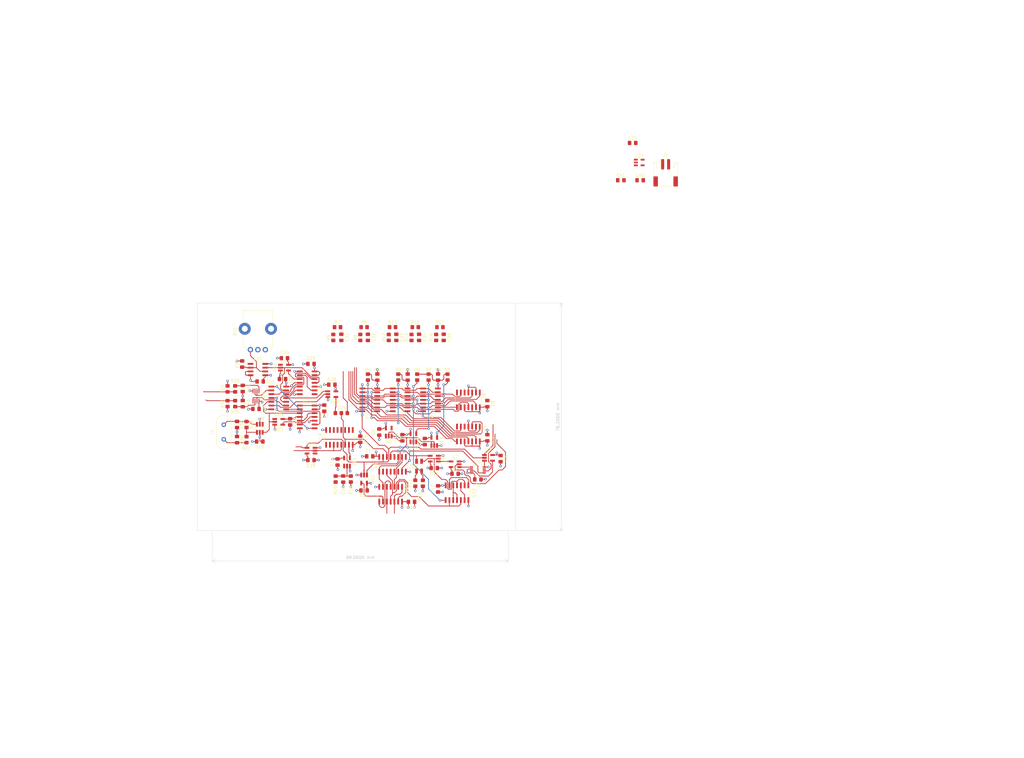
<source format=kicad_pcb>
(kicad_pcb (version 20211014) (generator pcbnew)
  (layers (0 "F.Cu" signal) (1 "In1.Cu" signal) (2 "In2.Cu" signal) (31 "B.Cu" signal) (34 "B.Paste" user) (35 "F.Paste" user) (36 "B.SilkS" user "B.Silkscreen") (37 "F.SilkS" user "F.Silkscreen") (38 "B.Mask" user) (39 "F.Mask" user) (44 "Edge.Cuts" user))
  (net 0 "")
  (net 1 "VCC")
  (net 2 "GND")
  (net 3 "/B_RUN")
  (net 4 "/B_INSTR")
  (net 5 "/B_STEP")
  (net 6 "/B_SUBSTEP")
  (net 7 "/B_STOP")
  (net 8 "Net-(C36-Pad1)")
  (net 9 "Net-(C37-Pad1)")
  (net 10 "Net-(C38-Pad1)")
  (net 11 "Net-(C39-Pad1)")
  (net 12 "/V_IN")
  (net 13 "Net-(C42-Pad1)")
  (net 14 "Net-(C43-Pad1)")
  (net 15 "/LED_G_K")
  (net 16 "/GREEN")
  (net 17 "/LED_R_K")
  (net 18 "/~{CLK_EN}")
  (net 19 "Net-(R24-Pad1)")
  (net 20 "/RAW_CLK")
  (net 21 "Net-(J2-Pad3)")
  (net 22 "/~{R_INSTR}")
  (net 24 "Net-(U1-Pad6)")
  (net 25 "Net-(U1-Pad8)")
  (net 27 "/~{R_RUN}")
  (net 28 "/RESET")
  (net 29 "Net-(R5-Pad2)")
  (net 30 "/WAKEUP")
  (net 31 "Net-(U3-Pad4)")
  (net 32 "Net-(U4-Pad13)")
  (net 33 "/Q5")
  (net 34 "/OPDONE")
  (net 35 "/Q3")
  (net 36 "/~{SLEEP}")
  (net 38 "Net-(U6-Pad5)")
  (net 39 "/~{WAIT}")
  (net 40 "Net-(U11-Pad1)")
  (net 41 "/~{R_SUBSTEP}")
  (net 44 "/~{R_STEP}")
  (net 45 "/STEPDONE")
  (net 46 "Net-(U12-Pad3)")
  (net 47 "Net-(U12-Pad13)")
  (net 48 "Net-(U14-Pad13)")
  (net 49 "/~{CLK}")
  (net 50 "/CLK")
  (net 52 "Net-(U15-Pad4)")
  (net 69 "/~{RESET}")
  (net 71 "Net-(R20-Pad2)")
  (net 72 "/CLK_OSC")
  (net 74 "/CLK_555")
  (net 77 "Net-(U23-Pad4)")
  (net 79 "Net-(U25-Pad11)")
  (net 80 "Net-(U27-Pad12)")
  (net 82 "Net-(U29-Pad12)")
  (net 84 "Net-(R6-Pad2)")
  (net 85 "Net-(R8-Pad2)")
  (net 86 "Net-(R12-Pad2)")
  (net 87 "Net-(R14-Pad2)")
  (net 88 "Net-(R16-Pad2)")
  (net 89 "Net-(U14-Pad4)")
  (net 90 "Net-(U14-Pad9)")
  (net 91 "/Q0")
  (net 92 "/Q4")
  (net 93 "/Q9")
  (net 94 "Net-(U8-Pad8)")
  (net 95 "Net-(U12-Pad6)")
  (net 96 "Net-(U29-Pad5)")
  (net 97 "Net-(U29-Pad9)")
  (net 98 "Net-(U30-Pad4)")
  (net 100 "Net-(U26-Pad5)")
  (net 101 "Net-(U29-Pad6)")
  (net 102 "Net-(U27-Pad8)")
  (net 103 "Net-(U26-Pad2)")
  (net 104 "Net-(U27-Pad2)")
  (net 105 "Net-(U28-Pad2)")
  (net 106 "Net-(U25-Pad4)")
  (net 107 "/B_RESET")
  (net 108 "/B_OSC")
  (net 109 "/B_555")
  (footprint "Package_SO:SOIC-14_3.9x8.7mm_P1.27mm" (layer "F.Cu") (at 131.445 108.585 -90)
    (fp_text reference "U8")
    (fp_text value "74HC74")
  )
  (footprint "Capacitor_SMD:C_0805_2012Metric_Pad1.18x1.45mm_HandSolder" (layer "F.Cu") (at 114.935 87.63 90)
    (fp_text reference "C34")
    (fp_text value "1u")
  )
  (footprint "Resistor_SMD:R_0805_2012Metric_Pad1.20x1.40mm_HandSolder" (layer "F.Cu") (at 97.79 100.965 -90)
    (fp_text reference "R4")
    (fp_text value "33k")
  )
  (footprint "Capacitor_SMD:C_0805_2012Metric_Pad1.18x1.45mm_HandSolder" (layer "F.Cu") (at 61.595 122.555 180)
    (fp_text reference "C19")
    (fp_text value "100n")
  )
  (footprint "Capacitor_SMD:C_0805_2012Metric_Pad1.18x1.45mm_HandSolder" (layer "F.Cu") (at 112.395 142.748)
    (fp_text reference "C14")
    (fp_text value "100n")
  )
  (footprint "Resistor_SMD:R_0805_2012Metric_Pad1.20x1.40mm_HandSolder" (layer "F.Cu") (at 116.205 136.525 90)
    (fp_text reference "R10")
    (fp_text value "220")
  )
  (footprint "Resistor_SMD:R_0805_2012Metric_Pad1.20x1.40mm_HandSolder" (layer "F.Cu") (at 86.995 135.128 -90)
    (fp_text reference "R19")
    (fp_text value "1k")
  )
  (footprint "Resistor_SMD:R_0805_2012Metric_Pad1.20x1.40mm_HandSolder" (layer "F.Cu") (at 104.775 87.6675 90)
    (fp_text reference "R12")
    (fp_text value "33k")
  )
  (footprint "Capacitor_SMD:C_0805_2012Metric_Pad1.18x1.45mm_HandSolder" (layer "F.Cu") (at 69.215 101.6 180)
    (fp_text reference "C25")
    (fp_text value "100n")
  )
  (footprint "Resistor_SMD:R_0805_2012Metric_Pad1.20x1.40mm_HandSolder" (layer "F.Cu") (at 57.15 116.84 -90)
    (fp_text reference "R20")
    (fp_text value "2M2")
  )
  (footprint "Package_SO:SOIC-14_3.9x8.7mm_P1.27mm" (layer "F.Cu") (at 131.445 120.015 -90)
    (fp_text reference "U1")
    (fp_text value "74HC74")
  )
  (footprint "Capacitor_SMD:C_0805_2012Metric_Pad1.18x1.45mm_HandSolder" (layer "F.Cu") (at 121.285 138.43 -90)
    (fp_text reference "C12")
    (fp_text value "100n")
  )
  (footprint "Capacitor_SMD:C_0805_2012Metric_Pad1.18x1.45mm_HandSolder" (layer "F.Cu") (at 142.24 128.27 -90)
    (fp_text reference "C3")
    (fp_text value "100n")
  )
  (footprint "Resistor_SMD:R_0805_2012Metric_Pad1.20x1.40mm_HandSolder" (layer "F.Cu") (at 106.045 84.2225)
    (fp_text reference "R13")
    (fp_text value "33k")
  )
  (footprint "Capacitor_SMD:C_0805_2012Metric_Pad1.18x1.45mm_HandSolder" (layer "F.Cu") (at 107.315 87.63 90)
    (fp_text reference "C33")
    (fp_text value "1u")
  )
  (footprint "Capacitor_SMD:C_0805_2012Metric_Pad1.18x1.45mm_HandSolder" (layer "F.Cu") (at 87.63 129.413 -90)
    (fp_text reference "C15")
    (fp_text value "100n")
  )
  (footprint "Package_TO_SOT_SMD:SOT-23-5_HandSoldering" (layer "F.Cu") (at 120.015 128.27 180)
    (fp_text reference "U11")
    (fp_text value "74LVC1G00")
  )
  (footprint "Capacitor_SMD:C_0805_2012Metric_Pad1.18x1.45mm_HandSolder" (layer "F.Cu") (at 182.5 35)
    (fp_text reference "C41")
    (fp_text value "1u")
  )
  (footprint "Capacitor_SMD:C_0805_2012Metric_Pad1.18x1.45mm_HandSolder" (layer "F.Cu") (at 127 133.35)
    (fp_text reference "C7")
    (fp_text value "100n")
  )
  (footprint "Package_SO:SOIC-14_3.9x8.7mm_P1.27mm" (layer "F.Cu") (at 108.585 108.585)
    (fp_text reference "U4")
    (fp_text value "74HCS05")
  )
  (footprint "Package_TO_SOT_SMD:SOT-23-5_HandSoldering" (layer "F.Cu") (at 67.945 115.951)
    (fp_text reference "U23")
    (fp_text value "74LVC1G04")
  )
  (footprint "Resistor_SMD:R_0805_2012Metric_Pad1.20x1.40mm_HandSolder" (layer "F.Cu") (at 113.665 84.2225)
    (fp_text reference "R15")
    (fp_text value "33k")
  )
  (footprint "Package_TO_SOT_SMD:SOT-23-5_HandSoldering" (layer "F.Cu") (at 113.03 121.285 90)
    (fp_text reference "U10")
    (fp_text value "74LVC1G38")
  )
  (footprint "Capacitor_SMD:C_0805_2012Metric_Pad1.18x1.45mm_HandSolder" (layer "F.Cu") (at 60.325 111.633 180)
    (fp_text reference "C26")
    (fp_text value "100n")
  )
  (footprint "Package_TO_SOT_SMD:SOT-23-5_HandSoldering" (layer "F.Cu") (at 85.725 106.68)
    (fp_text reference "U28")
    (fp_text value "74LVC1G02")
  )
  (footprint "riscv-serial:Wurth WL-SBTW" (layer "F.Cu") (at 114.935 130.81 90)
    (fp_text reference "D1")
    (fp_text value "150141RV73100")
  )
  (footprint "Capacitor_SMD:C_0805_2012Metric_Pad1.18x1.45mm_HandSolder" (layer "F.Cu") (at 61.722 102.427)
    (fp_text reference "C21")
    (fp_text value "100n")
  )
  (footprint "Package_SO:SOIC-14_3.9x8.7mm_P1.27mm" (layer "F.Cu") (at 77.47 102.87)
    (fp_text reference "U29")
    (fp_text value "74HC74")
  )
  (footprint "Capacitor_SMD:C_0805_2012Metric_Pad1.18x1.45mm_HandSolder" (layer "F.Cu") (at 100.965 100.965 90)
    (fp_text reference "C2")
    (fp_text value "100n")
  )
  (footprint "Resistor_SMD:R_0805_2012Metric_Pad1.20x1.40mm_HandSolder" (layer "F.Cu") (at 121.92 84.2225)
    (fp_text reference "R17")
    (fp_text value "33k")
  )
  (footprint "Resistor_SMD:R_0805_2012Metric_Pad1.20x1.40mm_HandSolder" (layer "F.Cu") (at 57.15 121.92 90)
    (fp_text reference "R21")
    (fp_text value "1k")
  )
  (footprint "Package_SO:SOIC-14_3.9x8.7mm_P1.27mm" (layer "F.Cu") (at 127.635 139.7 90)
    (fp_text reference "U12")
    (fp_text value "74HC00")
  )
  (footprint "Capacitor_SMD:C_0805_2012Metric_Pad1.18x1.45mm_HandSolder" (layer "F.Cu") (at 95.25 121.793 90)
    (fp_text reference "C16")
    (fp_text value "100n")
  )
  (footprint "Package_TO_SOT_SMD:SOT-23-5_HandSoldering" (layer "F.Cu") (at 127 130.175 180)
    (fp_text reference "U7")
    (fp_text value "74LVC1G08")
  )
  (footprint "Connector_JST:JST_PH_S2B-PH-SM4-TB_1x02-1MP_P2.00mm_Horizontal" (layer "F.Cu") (at 197.5 32.5)
    (fp_text reference "J1")
    (fp_text value "Conn_Power")
  )
  (footprint "Package_TO_SOT_SMD:SOT-23-5_HandSoldering" (layer "F.Cu") (at 138.176 128.016)
    (fp_text reference "U3")
    (fp_text value "74LVC1G02")
  )
  (footprint "Package_TO_SOT_SMD:SOT-23-5_HandSoldering" (layer "F.Cu") (at 120.015 122.555 90)
    (fp_text reference "U13")
    (fp_text value "74LVC1G38")
  )
  (footprint "Resistor_SMD:R_0805_2012Metric_Pad1.20x1.40mm_HandSolder" (layer "F.Cu") (at 113.665 136.525 90)
    (fp_text reference "R11")
    (fp_text value "220")
  )
  (footprint "Package_SO:SOIC-14_3.9x8.7mm_P1.27mm" (layer "F.Cu") (at 77.47 114.3)
    (fp_text reference "U27")
    (fp_text value "74HC74")
  )
  (footprint "Package_SO:SOIC-14_3.9x8.7mm_P1.27mm" (layer "F.Cu") (at 98.425 108.585)
    (fp_text reference "U2")
    (fp_text value "74HCS05")
  )
  (footprint "Resistor_SMD:R_0805_2012Metric_Pad1.20x1.40mm_HandSolder" (layer "F.Cu") (at 112.395 87.6675 90)
    (fp_text reference "R14")
    (fp_text value "33k")
  )
  (footprint "Capacitor_SMD:C_0805_2012Metric_Pad1.18x1.45mm_HandSolder" (layer "F.Cu") (at 101.6 119.38 -90)
    (fp_text reference "C5")
    (fp_text value "100n")
  )
  (footprint "Resistor_SMD:R_0805_2012Metric_Pad1.20x1.40mm_HandSolder" (layer "F.Cu") (at 95.25 87.6675 90)
    (fp_text reference "R8")
    (fp_text value "33k")
  )
  (footprint "Capacitor_SMD:C_0805_2012Metric_Pad1.18x1.45mm_HandSolder" (layer "F.Cu") (at 111.125 100.965 90)
    (fp_text reference "C4")
    (fp_text value "100n")
  )
  (footprint "Capacitor_SMD:C_0805_2012Metric_Pad1.18x1.45mm_HandSolder" (layer "F.Cu") (at 96.52 138.938 180)
    (fp_text reference "C22")
    (fp_text value "100n")
  )
  (footprint "Package_SO:SOIC-16_3.9x9.9mm_P1.27mm" (layer "F.Cu") (at 88.265 121.158 -90)
    (fp_text reference "U16")
    (fp_text value "74HC4017")
  )
  (footprint "riscv-serial:Jumper_3_R_0805" (layer "F.Cu") (at 88.9 113.03)
    (fp_text reference "R24")
    (fp_text value "0")
  )
  (footprint "Package_SO:SOIC-16_3.9x9.9mm_P1.27mm" (layer "F.Cu") (at 106.045 130.175 90)
    (fp_text reference "U17")
    (fp_text value "74HC4017")
  )
  (footprint "Capacitor_SMD:C_0805_2012Metric_Pad1.18x1.45mm_HandSolder" (layer "F.Cu") (at 186.4625 22.5)
    (fp_text reference "C24")
    (fp_text value "100n")
  )
  (footprint "Capacitor_SMD:C_0805_2012Metric_Pad1.18x1.45mm_HandSolder" (layer "F.Cu") (at 97.79 87.63 90)
    (fp_text reference "C32")
    (fp_text value "1u")
  )
  (footprint "Package_TO_SOT_SMD:SOT-23-6_Handsoldering" (layer "F.Cu") (at 61.595 118.11 -90)
    (fp_text reference "U19")
    (fp_text value "74LVC1GX04")
  )
  (footprint "Resistor_SMD:R_0805_2012Metric_Pad1.20x1.40mm_HandSolder" (layer "F.Cu") (at 87.63 84.2225)
    (fp_text reference "R7")
    (fp_text value "33k")
  )
  (footprint "Resistor_SMD:R_0805_2012Metric_Pad1.20x1.40mm_HandSolder" (layer "F.Cu") (at 50.8 109.855 90)
    (fp_text reference "R25")
    (fp_text value "100k")
  )
  (footprint "Resistor_SMD:R_0805_2012Metric_Pad1.20x1.40mm_HandSolder" (layer "F.Cu") (at 53.34 104.902 -90)
    (fp_text reference "R23")
    (fp_text value "33k")
  )
  (footprint "Capacitor_SMD:C_0805_2012Metric_Pad1.18x1.45mm_HandSolder" (layer "F.Cu") (at 121.285 100.965 90)
    (fp_text reference "C9")
    (fp_text value "100n")
  )
  (footprint "Crystal:Crystal_HC49-U_Vertical" (layer "F.Cu") (at 49.53 116.93 -90)
    (fp_text reference "Y1")
    (fp_text value "Crystal")
  )
  (footprint "Capacitor_SMD:C_0805_2012Metric_Pad1.18x1.45mm_HandSolder" (layer "F.Cu") (at 109.347 121.285 -90)
    (fp_text reference "C10")
    (fp_text value "100n")
  )
  (footprint "Capacitor_SMD:C_0805_2012Metric_Pad1.18x1.45mm_HandSolder" (layer "F.Cu") (at 88.9 87.63 90)
    (fp_text reference "C31")
    (fp_text value "1u")
  )
  (footprint "Capacitor_SMD:C_0805_2012Metric_Pad1.18x1.45mm_HandSolder" (layer "F.Cu") (at 69.85 94.615 180)
    (fp_text reference "C30")
    (fp_text value "100n")
  )
  (footprint "Resistor_SMD:R_0805_2012Metric_Pad1.20x1.40mm_HandSolder" (layer "F.Cu") (at 120.65 87.6675 90)
    (fp_text reference "R16")
    (fp_text value "33k")
  )
  (footprint "Capacitor_SMD:C_0805_2012Metric_Pad1.18x1.45mm_HandSolder" (layer "F.Cu") (at 53.975 116.84 -90)
    (fp_text reference "C38")
    (fp_text value "32p")
  )
  (footprint "Resistor_SMD:R_0805_2012Metric_Pad1.20x1.40mm_HandSolder" (layer "F.Cu") (at 96.52 84.2225)
    (fp_text reference "R9")
    (fp_text value "33k")
  )
  (footprint "Resistor_SMD:R_0805_2012Metric_Pad1.20x1.40mm_HandSolder" (layer "F.Cu") (at 107.95 100.965 -90)
    (fp_text reference "R3")
    (fp_text value "33k")
  )
  (footprint "Package_SO:SOIC-14_3.9x8.7mm_P1.27mm" (layer "F.Cu") (at 105.41 140.208 -90)
    (fp_text reference "U14")
    (fp_text value "74HC02")
  )
  (footprint "Resistor_SMD:R_0805_2012Metric_Pad1.20x1.40mm_HandSolder" (layer "F.Cu") (at 114.3 100.965 -90)
    (fp_text reference "R5")
    (fp_text value "33k")
  )
  (footprint "Capacitor_SMD:C_0805_2012Metric_Pad1.18x1.45mm_HandSolder" (layer "F.Cu") (at 137.795 109.855 90)
    (fp_text reference "C8")
    (fp_text value "100n")
  )
  (footprint "Capacitor_SMD:C_0805_2012Metric_Pad1.18x1.45mm_HandSolder" (layer "F.Cu") (at 123.19 87.63 90)
    (fp_text reference "C35")
    (fp_text value "1u")
  )
  (footprint "Resistor_SMD:R_0805_2012Metric_Pad1.20x1.40mm_HandSolder" (layer "F.Cu") (at 86.2075 87.6675 90)
    (fp_text reference "R6")
    (fp_text value "33k")
  )
  (footprint "Capacitor_SMD:C_0805_2012Metric_Pad1.18x1.45mm_HandSolder" (layer "F.Cu") (at 71.755 115.951 -90)
    (fp_text reference "C23")
    (fp_text value "100n")
  )
  (footprint "Package_SO:TSSOP-8_3x3mm_P0.65mm" (layer "F.Cu") (at 134.62 132.08 180)
    (fp_text reference "U6")
    (fp_text value "74LVC2G74")
  )
  (footprint "Potentiometer_THT:Potentiometer_Bourns_PTV09A-1_Single_Vertical" (layer "F.Cu") (at 63.46 91.775 90)
    (fp_text reference "RV1")
    (fp_text value "R_Potentiometer")
  )
  (footprint "Capacitor_SMD:C_0805_2012Metric_Pad1.18x1.45mm_HandSolder" (layer "F.Cu") (at 78.74 128.778)
    (fp_text reference "C20")
    (fp_text value "100n")
  )
  (footprint "Resistor_SMD:R_0805_2012Metric_Pad1.20x1.40mm_HandSolder" (layer "F.Cu") (at 92.075 135.128 -90)
    (fp_text reference "R18")
    (fp_text value "100k")
  )
  (footprint "Package_TO_SOT_SMD:SOT-23-5_HandSoldering" (layer "F.Cu") (at 90.805 129.413 90)
    (fp_text reference "U15")
    (fp_text value "74LVC1G14")
  )
  (footprint "Resistor_SMD:R_0805_2012Metric_Pad1.20x1.40mm_HandSolder" (layer "F.Cu") (at 53.34 109.855 90)
    (fp_text reference "R26")
    (fp_text value "33k")
  )
  (footprint "Capacitor_SMD:C_0805_2012Metric_Pad1.18x1.45mm_HandSolder" (layer "F.Cu") (at 85.725 103.505 180)
    (fp_text reference "C28")
    (fp_text value "100n")
  )
  (footprint "Package_TO_SOT_SMD:SOT-23-5_HandSoldering" (layer "F.Cu") (at 78.74 125.603 180)
    (fp_text reference "U20")
    (fp_text value "74LVC1G04")
  )
  (footprint "Capacitor_SMD:C_0805_2012Metric_Pad1.18x1.45mm_HandSolder" (layer "F.Cu") (at 188.9625 35)
    (fp_text reference "C40")
    (fp_text value "1u")
  )
  (footprint "Package_SO:SOIC-8_3.9x4.9mm_P1.27mm" (layer "F.Cu") (at 60.96 98.425 180)
    (fp_text reference "U21")
    (fp_text value "NE555D")
  )
  (footprint "Package_TO_SOT_SMD:SOT-23-5_HandSoldering" (layer "F.Cu") (at 96.52 135.128 -90)
    (fp_text reference "U22")
    (fp_text value "74LVC1G32")
  )
  (footprint "Capacitor_SMD:C_0805_2012Metric_Pad1.18x1.45mm_HandSolder" (layer "F.Cu") (at 78.74 96.52 180)
    (fp_text reference "C29")
    (fp_text value "100n")
  )
  (footprint "Capacitor_SMD:C_0805_2012Metric_Pad1.18x1.45mm_HandSolder" (layer "F.Cu") (at 137.795 121.285 90)
    (fp_text reference "C1")
    (fp_text value "100n")
  )
  (footprint "Package_SO:SOIC-14_3.9x8.7mm_P1.27mm" (layer "F.Cu") (at 67.945 107.95)
    (fp_text reference "U25")
    (fp_text value "74HC08")
  )
  (footprint "Capacitor_SMD:C_0805_2012Metric_Pad1.18x1.45mm_HandSolder" (layer "F.Cu") (at 98.425 127.508 180)
    (fp_text reference "C17")
    (fp_text value "100n")
  )
  (footprint "Capacitor_SMD:C_0805_2012Metric_Pad1.18x1.45mm_HandSolder" (layer "F.Cu") (at 55.694 96.585 90)
    (fp_text reference "C37")
    (fp_text value "2u2")
  )
  (footprint "Capacitor_SMD:C_0805_2012Metric_Pad1.18x1.45mm_HandSolder" (layer "F.Cu") (at 134.62 135.255)
    (fp_text reference "C6")
    (fp_text value "100n")
  )
  (footprint "Capacitor_SMD:C_0805_2012Metric_Pad1.18x1.45mm_HandSolder" (layer "F.Cu") (at 89.535 135.128 -90)
    (fp_text reference "C36")
    (fp_text value "1u")
  )
  (footprint "Package_SO:SOIC-14_3.9x8.7mm_P1.27mm" (layer "F.Cu") (at 118.745 108.585)
    (fp_text reference "U9")
    (fp_text value "74HCS05")
  )
  (footprint "Capacitor_SMD:C_0805_2012Metric_Pad1.18x1.45mm_HandSolder" (layer "F.Cu") (at 120.015 131.445)
    (fp_text reference "C11")
    (fp_text value "100n")
  )
  (footprint "Package_TO_SOT_SMD:SOT-23-5_HandSoldering" (layer "F.Cu") (at 104.775 119.38 90)
    (fp_text reference "U5")
    (fp_text value "74LVC1G38")
  )
  (footprint "Resistor_SMD:R_0805_2012Metric_Pad1.20x1.40mm_HandSolder" (layer "F.Cu") (at 50.8 104.902 -90)
    (fp_text reference "R22")
    (fp_text value "10k")
  )
  (footprint "Resistor_SMD:R_0805_2012Metric_Pad1.20x1.40mm_HandSolder" (layer "F.Cu") (at 124.46 100.965 -90)
    (fp_text reference "R1")
    (fp_text value "33k")
  )
  (footprint "Capacitor_SMD:C_0805_2012Metric_Pad1.18x1.45mm_HandSolder" (layer "F.Cu") (at 55.88 104.775 -90)
    (fp_text reference "C42")
    (fp_text value "1u")
  )
  (footprint "Package_TO_SOT_SMD:SOT-23-5" (layer "F.Cu") (at 188.65 29.05)
    (fp_text reference "U24")
    (fp_text value "MIC5504-3.3YM5")
  )
  (footprint "Package_TO_SOT_SMD:SOT-23-5_HandSoldering" (layer "F.Cu") (at 69.85 97.79)
    (fp_text reference "U30")
    (fp_text value "74LVC1G04")
  )
  (footprint "Capacitor_SMD:C_0805_2012Metric_Pad1.18x1.45mm_HandSolder" (layer "F.Cu") (at 83.185 111.379 -90)
    (fp_text reference "C27")
    (fp_text value "100n")
  )
  (footprint "Capacitor_SMD:C_0805_2012Metric_Pad1.18x1.45mm_HandSolder" (layer "F.Cu") (at 55.88 109.855 90)
    (fp_text reference "C43")
    (fp_text value "1u")
  )
  (footprint "Package_SO:SSOP-8_2.95x2.8mm_P0.65mm" (layer "F.Cu") (at 60.325 107.315 -90)
    (fp_text reference "U26")
    (fp_text value "74LVC2G132")
  )
  (footprint "Capacitor_SMD:C_0805_2012Metric_Pad1.18x1.45mm_HandSolder" (layer "F.Cu") (at 116.84 122.555 -90)
    (fp_text reference "C13")
    (fp_text value "100n")
  )
  (footprint "Resistor_SMD:R_0805_2012Metric_Pad1.20x1.40mm_HandSolder" (layer "F.Cu") (at 118.11 100.965 -90)
    (fp_text reference "R2")
    (fp_text value "33k")
  )
  (footprint "Capacitor_SMD:C_0805_2012Metric_Pad1.18x1.45mm_HandSolder" (layer "F.Cu") (at 53.975 121.92 90)
    (fp_text reference "C39")
    (fp_text value "32p")
  )
  (gr_line (start 40.64 152.4) (end 147.32 152.4) (layer "Edge.Cuts") (width 0.1))
  (gr_line (start 147.32 152.4) (end 147.32 76.2) (layer "Edge.Cuts") (width 0.1))
  (gr_line (start 147.32 76.2) (end 40.64 76.2) (layer "Edge.Cuts") (width 0.1))
  (gr_line (start 40.64 76.2) (end 40.64 152.4) (layer "Edge.Cuts") (width 0.1))
  (dimension (type aligned) (layer "Edge.Cuts") (pts (xy 45.72 152.4) (xy 144.78 152.4)) (height 10.16) (gr_text "99,0600 mm" (at 95.25 161.41) (layer "Edge.Cuts") (effects (font (size 1 1) (thickness 0.15)))) (format (units 3) (units_format 1) (precision 4)) (style (thickness 0.1) (arrow_length 1.27) (text_position_mode 0) (extension_height 0.58642) (extension_offset 0.5) keep_text_aligned))
  (dimension (type aligned) (layer "Edge.Cuts") (pts (xy 147.32 152.4) (xy 147.32 76.2)) (height 15.24) (gr_text "76,2000 mm" (at 161.41 114.3 90) (layer "Edge.Cuts") (effects (font (size 1 1) (thickness 0.15)))) (format (units 3) (units_format 1) (precision 4)) (style (thickness 0.1) (arrow_length 1.27) (text_position_mode 0) (extension_height 0.58642) (extension_offset 0.5) keep_text_aligned))
  (segment (start 86.0005 128.3755) (end 85.979 128.397) (width 0.25) (layer "F.Cu") (net 1))
  (segment (start 111.125 102.0025) (end 109.6225 102.0025) (width 0.25) (layer "F.Cu") (net 1))
  (segment (start 118.665 130.095) (end 118.9775 130.4075) (width 0.25) (layer "F.Cu") (net 1))
  (segment (start 121.285 137.3925) (end 122.5795 137.3925) (width 0.25) (layer "F.Cu") (net 1))
  (segment (start 119.38 100.33) (end 119.38 101.6) (width 0.25) (layer "F.Cu") (net 1))
  (segment (start 71.2 95.965) (end 70.8875 95.6525) (width 0.25) (layer "F.Cu") (net 1))
  (segment (start 93.41 123.633) (end 92.71 123.633) (width 0.25) (layer "F.Cu") (net 1))
  (segment (start 94.2125 122.8305) (end 93.41 123.633) (width 0.25) (layer "F.Cu") (net 1))
  (segment (start 77.39 127.428) (end 77.7025 127.7405) (width 0.25) (layer "F.Cu") (net 1))
  (segment (start 135.255 123.825) (end 135.255 124.079) (width 0.25) (layer "F.Cu") (net 1))
  (segment (start 86.7625 104.5425) (end 86.995 104.775) (width 0.25) (layer "F.Cu") (net 1))
  (segment (start 133.985 104.648) (end 133.731 104.394) (width 0.25) (layer "F.Cu") (net 1))
  (segment (start 86.7625 103.505) (end 86.7625 104.5425) (width 0.25) (layer "F.Cu") (net 1))
  (segment (start 57.023 99.06) (end 56.772 99.311) (width 0.25) (layer "F.Cu") (net 1))
  (segment (start 73.143402 102.87) (end 72.258701 103.754701) (width 0.25) (layer "F.Cu") (net 1))
  (segment (start 140.904 127.066) (end 140.97 127) (width 0.25) (layer "F.Cu") (net 1))
  (segment (start 133.731 118.999) (end 133.985 118.745) (width 0.25) (layer "F.Cu") (net 1))
  (segment (start 112.08 118.425) (end 112.0902 118.4148) (width 0.25) (layer "F.Cu") (net 1))
  (segment (start 131.445 112.522) (end 132.6642 112.522) (width 0.25) (layer "F.Cu") (net 1))
  (segment (start 133.055 133.055) (end 133.5825 133.5825) (width 0.25) (layer "F.Cu") (net 1))
  (segment (start 117.8775 121.5175) (end 116.84 121.5175) (width 0.25) (layer "F.Cu") (net 1))
  (segment (start 95.25 122.8305) (end 94.2125 122.8305) (width 0.25) (layer "F.Cu") (net 1))
  (segment (start 58.485 100.33) (end 58.485 102.046) (width 0.25) (layer "F.Cu") (net 1))
  (segment (start 81.661 99.441) (end 81.661 99.949) (width 0.25) (layer "F.Cu") (net 1))
  (segment (start 61.3 111.5705) (end 61.3625 111.633) (width 0.25) (layer "F.Cu") (net 1))
  (segment (start 99.4625 102.0025) (end 99.06 101.6) (width 0.25) (layer "F.Cu") (net 1))
  (segment (start 97.47 138.8505) (end 97.5575 138.938) (width 0.25) (layer "F.Cu") (net 1))
  (segment (start 125.9625 132.3125) (end 125.65 132) (width 0.25) (layer "F.Cu") (net 1))
  (segment (start 61.3 109.015) (end 62.025 109.015) (width 0.25) (layer "F.Cu") (net 1))
  (segment (start 79.7775 96.52) (end 79.7775 97.5575) (width 0.25) (layer "F.Cu") (net 1))
  (segment (start 70.42 104.14) (end 70.42 102.935) (width 0.25) (layer "F.Cu") (net 1))
  (segment (start 109.22 142.683) (end 109.22 144.653) (width 0.25) (layer "F.Cu") (net 1))
  (segment (start 111.125 102.0025) (end 111.125 104.71) (width 0.25) (layer "F.Cu") (net 1))
  (segment (start 92.075 136.128) (end 92.075 137.668) (width 0.25) (layer "F.Cu") (net 1))
  (segment (start 132.47 133.055) (end 131.105 133.055) (width 0.25) (layer "F.Cu") (net 1))
  (segment (start 73.4275 114.5325) (end 73.66 114.3) (width 0.25) (layer "F.Cu") (net 1))
  (segment (start 133.985 118.745) (end 133.985 117.54) (width 0.25) (layer "F.Cu") (net 1))
  (segment (start 77.7025 127.7405) (end 77.7025 128.778) (width 0.25) (layer "F.Cu") (net 1))
  (segment (start 102.7645 118.3425) (end 101.6 118.3425) (width 0.25) (layer "F.Cu") (net 1))
  (segment (start 103.077 118.03) (end 102.7645 118.3425) (width 0.25) (layer "F.Cu") (net 1))
  (segment (start 132.47 131.755) (end 131.389 131.755) (width 0.25) (layer "F.Cu") (net 1))
  (segment (start 118.9775 130.4075) (end 118.9775 131.445) (width 0.25) (layer "F.Cu") (net 1))
  (segment (start 137.795 110.8925) (end 137.795 112.268) (width 0.25) (layer "F.Cu") (net 1))
  (segment (start 135.255 111.06) (end 135.255 113.03) (width 0.25) (layer "F.Cu") (net 1))
  (segment (start 109.22 142.683) (end 111.2925 142.683) (width 0.25) (layer "F.Cu") (net 1))
  (segment (start 135.255 112.268) (end 135.255 111.06) (width 0.25) (layer "F.Cu") (net 1))
  (segment (start 119.015 99.965) (end 119.38 100.33) (width 0.25) (layer "F.Cu") (net 1))
  (segment (start 79.7775 97.5575) (end 79.945 97.725) (width 0.25) (layer "F.Cu") (net 1))
  (segment (start 125.9625 133.35) (end 125.9625 132.3125) (width 0.25) (layer "F.Cu") (net 1))
  (segment (start 111.2925 142.683) (end 111.3575 142.748) (width 0.25) (layer "F.Cu") (net 1))
  (segment (start 107.95 99.965) (end 108.855 99.965) (width 0.25) (layer "F.Cu") (net 1))
  (segment (start 95.25 122.8305) (end 95.25 124.333) (width 0.25) (layer "F.Cu") (net 1))
  (segment (start 87.075 104.855) (end 86.995 104.775) (width 0.25) (layer "F.Cu") (net 1))
  (segment (start 100.584 127.508) (end 101.408 127.508) (width 0.25) (layer "F.Cu") (net 1))
  (segment (start 118.19 121.205) (end 117.8775 121.5175) (width 0.25) (layer "F.Cu") (net 1))
  (segment (start 97.47 136.478) (end 97.47 138.8505) (width 0.25) (layer "F.Cu") (net 1))
  (segment (start 135.255 112.268) (end 135.255 112.522) (width 0.25) (layer "F.Cu") (net 1))
  (segment (start 79.945 115.57) (end 78.486 115.57) (width 0.25) (layer "F.Cu") (net 1))
  (segment (start 81.6825 111.6115) (end 81.6825 110.3415) (width 0.25) (layer "F.Cu") (net 1))
  (segment (start 100.584 127.508) (end 100.584 125.984) (width 0.25) (layer "F.Cu") (net 1))
  (segment (start 119.065 121.205) (end 119.065 119.7) (width 0.25) (layer "F.Cu") (net 1))
  (segment (start 130.175 111.06) (end 130.175 112.268) (width 0.25) (layer "F.Cu") (net 1))
  (segment (start 135.255 111.06) (end 136.59 111.06) (width 0.25) (layer "F.Cu") (net 1))
  (segment (start 121.285 102.0025) (end 122.7875 102.0025) (width 0.25) (layer "F.Cu") (net 1))
  (segment (start 77.39 126.553) (end 77.39 127.428) (width 0.25) (layer "F.Cu") (net 1))
  (segment (start 73.66 114.3) (end 74.995 114.3) (width 0.25) (layer "F.Cu") (net 1))
  (segment (start 111.4844 119.935) (end 111.1719 120.2475) (width 0.25) (layer "F.Cu") (net 1))
  (segment (start 81.28 99.06) (end 81.661 99.441) (width 0.25) (layer "F.Cu") (net 1))
  (segment (start 118.665 129.22) (end 118.665 130.095) (width 0.25) (layer "F.Cu") (net 1))
  (segment (start 121.285 104.71) (end 121.22 104.775) (width 0.25) (layer "F.Cu") (net 1))
  (segment (start 130.175 122.49) (end 130.175 123.825) (width 0.25) (layer "F.Cu") (net 1))
  (segment (start 77.7025 128.778) (end 76.2 128.778) (width 0.25) (layer "F.Cu") (net 1))
  (segment (start 70.8875 95.6525) (end 70.8875 94.615) (width 0.25) (layer "F.Cu") (net 1))
  (segment (start 118.11 99.965) (end 119.015 99.965) (width 0.25) (layer "F.Cu") (net 1))
  (segment (start 72.705 96.84) (end 72.705 96.835) (width 0.25) (layer "F.Cu") (net 1))
  (segment (start 74.995 110.49) (end 79.945 110.49) (width 0.25) (layer "F.Cu") (net 1))
  (segment (start 56.772 100.079) (end 57.023 100.33) (width 0.25) (layer "F.Cu") (net 1))
  (segment (start 136.6275 122.3225) (end 136.46 122.49) (width 0.25) (layer "F.Cu") (net 1))
  (segment (start 99.06 100.33) (end 99.06 101.6) (width 0.25) (layer "F.Cu") (net 1))
  (segment (start 135.255 123.825) (end 135.255 122.49) (width 0.25) (layer "F.Cu") (net 1))
  (segment (start 137.795 110.8925) (end 136.7575 110.8925) (width 0.25) (layer "F.Cu") (net 1))
  (segment (start 97.47 136.478) (end 98.759 136.478) (width 0.25) (layer "F.Cu") (net 1))
  (segment (start 134.747 112.522) (end 135.001 112.522) (width 0.25) (layer "F.Cu") (net 1))
  (segment (start 71.6675 115.001) (end 71.755 114.9135) (width 0.25) (layer "F.Cu") (net 1))
  (segment (start 79.945 104.14) (end 81.915 104.14) (width 0.25) (layer "F.Cu") (net 1))
  (segment (start 58.485 102.046) (end 58.866 102.427) (width 0.25) (layer "F.Cu") (net 1))
  (segment (start 130.429 124.079) (end 132.715 124.079) (width 0.25) (layer "F.Cu") (net 1))
  (segment (start 118.9775 131.445) (end 117.856 131.445) (width 0.25) (layer "F.Cu") (net 1))
  (segment (start 131.105 133.055) (end 131.064 133.096) (width 0.25) (layer "F.Cu") (net 1))
  (segment (start 99.4625 127.507999) (end 100.584 127.508) (width 0.25) (layer "F.Cu") (net 1))
  (segment (start 101.408 127.508) (end 101.6 127.7) (width 0.25) (layer "F.Cu") (net 1))
  (segment (start 63.435 96.52) (end 65.405 96.52) (width 0.25) (layer "F.Cu") (net 1))
  (segment (start 131.445 104.648) (end 131.445 104.394) (width 0.25) (layer "F.Cu") (net 1))
  (segment (start 103.825 118.03) (end 103.077 118.03) (width 0.25) (layer "F.Cu") (net 1))
  (segment (start 122.5795 137.3925) (end 122.747 137.225) (width 0.25) (layer "F.Cu") (net 1))
  (segment (start 71.2 96.84) (end 72.705 96.84) (width 0.25) (layer "F.Cu") (net 1))
  (segment (start 132.715 111.06) (end 132.715 112.4712) (width 0.25) (layer "F.Cu") (net 1))
  (segment (start 131.445 118.745) (end 131.699 118.999) (width 0.25) (layer "F.Cu") (net 1))
  (segment (start 119.065 121.205) (end 118.19 121.205) (width 0.25) (layer "F.Cu") (net 1))
  (segment (start 57.023 100.33) (end 58.485 100.33) (width 0.25) (layer "F.Cu") (net 1))
  (segment (start 79.945 97.725) (end 79.945 99.06) (width 0.25) (layer "F.Cu") (net 1))
  (segment (start 61.595 122.301) (end 61.849 122.555) (width 0.25) (layer "F.Cu") (net 1))
  (segment (start 72.705 96.835) (end 72.6694 96.7994) (width 0.25) (layer "F.Cu") (net 1))
  (segment (start 50.8 110.855) (end 50.8 112.395) (width 0.25) (layer "F.Cu") (net 1))
  (segment (start 73.0465 114.9135) (end 73.152 114.808) (width 0.25) (layer "F.Cu") (net 1))
  (segment (start 70.2525 102.7675) (end 70.42 102.935) (width 0.25) (layer "F.Cu") (net 1))
  (segment (start 78.486 115.57) (end 78.105 115.951) (width 0.25) (layer "F.Cu") (net 1))
  (segment (start 133.985 106.11) (end 133.985 104.648) (width 0.25) (layer "F.Cu") (net 1))
  (segment (start 87.63 128.3755) (end 86.0005 128.3755) (width 0.25) (layer "F.Cu") (net 1))
  (segment (start 135.255 124.079) (end 135.255 124.841) (width 0.25) (layer "F.Cu") (net 1))
  (segment (start 100.965 104.71) (end 100.9 104.775) (width 0.25) (layer "F.Cu") (net 1))
  (segment (start 61.3 109.015) (end 61.3 111.5705) (width 0.25) (layer "F.Cu") (net 1))
  (segment (start 71.755 114.9135) (end 73.0465 114.9135) (width 0.25) (layer "F.Cu") (net 1))
  (segment (start 124.46 99.965) (end 123.555 99.965) (width 0.25) (layer "F.Cu") (net 1))
  (segment (start 122.7875 102.0025) (end 123.19 101.6) (width 0.25) (layer "F.Cu") (net 1))
  (segment (start 70.2525 101.6) (end 70.2525 102.7675) (width 0.25) (layer "F.Cu") (net 1))
  (segment (start 121.285 102.0025) (end 121.285 104.71) (width 0.25) (layer "F.Cu") (net 1))
  (segment (start 131.389 131.755) (end 131.064 132.08) (width 0.25) (layer "F.Cu") (net 1))
  (segment (start 134.239 124.079) (end 135.001 124.079) (width 0.25) (layer "F.Cu") (net 1))
  (segment (start 130.175 112.268) (end 130.429 112.522) (width 0.25) (layer "F.Cu") (net 1))
  (segment (start 112.08 119.935) (end 112.08 118.425) (width 0.25) (layer "F.Cu") (net 1))
  (segment (start 131.699 118.999) (end 133.731 118.999) (width 0.25) (layer "F.Cu") (net 1))
  (segment (start 70.42 104.14) (end 71.873402 104.14) (width 0.25) (layer "F.Cu") (net 1))
  (segment (start 111.3575 142.748) (end 111.3575 144.547499) (width 0.25) (layer "F.Cu") (net 1))
  (segment (start 142.24 127.2325) (end 142.0735 127.066) (width 0.25) (layer "F.Cu") (net 1))
  (segment (start 61.595 119.46) (end 61.595 122.301) (width 0.25) (layer "F.Cu") (net 1))
  (segment (start 132.6642 112.522) (end 134.747 112.522) (width 0.25) (layer "F.Cu") (net 1))
  (segment (start 114.3 99.965) (end 118.11 99.965) (width 0.25) (layer "F.Cu") (net 1))
  (segment (start 123.825 137.225) (end 122.49 137.225) (width 0.25) (layer "F.Cu") (net 1))
  (segment (start 100.965 102.0025) (end 100.965 103.505) (width 0.25) (layer "F.Cu") (net 1))
  (segment (start 135.255 122.49) (end 136.46 122.49) (width 0.25) (layer "F.Cu") (net 1))
  (segment (start 131.445 117.54) (end 131.445 118.745) (width 0.25) (layer "F.Cu") (net 1))
  (segment (start 98.695 99.965) (end 99.06 100.33) (width 0.25) (layer "F.Cu") (net 1))
  (segment (start 100.965 102.0025) (end 99.4625 102.0025) (width 0.25) (layer "F.Cu") (net 1))
  (segment (start 87.075 104.855) (end 87.075 105.73) (width 0.25) (layer "F.Cu") (net 1))
  (segment (start 123.19 100.33) (end 123.19 101.6) (width 0.25) (layer "F.Cu") (net 1))
  (segment (start 79.945 110.49) (end 81.534 110.49) (width 0.25) (layer "F.Cu") (net 1))
  (segment (start 112.08 119.935) (end 111.4844 119.935) (width 0.25) (layer "F.Cu") (net 1))
  (segment (start 109.22 100.33) (end 109.22 101.6) (width 0.25) (layer "F.Cu") (net 1))
  (segment (start 136.59 111.06) (end 136.7575 110.8925) (width 0.25) (layer "F.Cu") (net 1))
  (segment (start 61.849 122.555) (end 62.6325 122.555) (width 0.25) (layer "F.Cu") (net 1))
  (segment (start 70.42 101.665) (end 70.4342 101.6508) (width 0.25) (layer "F.Cu") (net 1))
  (segment (start 97.79 99.965) (end 98.695 99.965) (width 0.25) (layer "F.Cu") (net 1))
  (segment (start 92.71 123.633) (end 92.71 125.603) (width 0.25) (layer "F.Cu") (net 1))
  (segment (start 71.2 96.84) (end 71.2 95.965) (width 0.25) (layer "F.Cu") (net 1))
  (segment (start 88.853 128.063) (end 88.5405 128.3755) (width 0.25) (layer "F.Cu") (net 1))
  (segment (start 81.534 111.76) (end 81.6825 111.6115) (width 0.25) (layer "F.Cu") (net 1))
  (segment (start 137.795 122.3225) (end 137.795 123.825) (width 0.25) (layer "F.Cu") (net 1))
  (segment (start 81.661 99.949) (end 81.28 100.33) (width 0.25) (layer "F.Cu") (net 1))
  (segment (start 119.7825 102.0025) (end 119.38 101.6) (width 0.25) (layer "F.Cu") (net 1))
  (segment (start 58.866 102.427) (end 60.6845 102.427) (width 0.25) (layer "F.Cu") (net 1))
  (segment (start 103.825 116.4488) (end 103.8098 116.4336) (width 0.25) (layer "F.Cu") (net 1))
  (segment (start 81.28 100.33) (end 79.945 100.33) (width 0.25) (layer "F.Cu") (net 1))
  (segment (start 132.715 112.4712) (end 132.6642 112.522) (width 0.25) (layer "F.Cu") (net 1))
  (segment (start 133.731 104.394) (end 131.445 104.394) (width 0.25) (layer "F.Cu") (net 1))
  (segment (start 132.47 133.055) (end 133.055 133.055) (width 0.25) (layer "F.Cu") (net 1))
  (segment (start 119.065 119.7) (end 119.0498 119.6848) (width 0.25) (layer "F.Cu") (net 1))
  (segment (start 132.715 124.079) (end 134.239 124.079) (width 0.25) (layer "F.Cu") (net 1))
  (segment (start 74.995 99.06) (end 73.279 99.06) (width 0.25) (layer "F.Cu") (net 1))
  (segment (start 130.175 123.825) (end 130.429 124.079) (width 0.25) (layer "F.Cu") (net 1))
  (segment (start 125.65 132) (end 125.65 131.125) (width 0.25) (layer "F.Cu") (net 1))
  (segment (start 108.855 99.965) (end 109.22 100.33) (width 0.25) (layer "F.Cu") (net 1))
  (segment (start 62.025 109.015) (end 62.357 109.347) (width 0.25) (layer "F.Cu") (net 1))
  (segment (start 79.945 99.06) (end 81.28 99.06) (width 0.25) (layer "F.Cu") (net 1))
  (segment (start 140.904 127.066) (end 139.526 127.066) (width 0.25) (layer "F.Cu") (net 1))
  (segment (start 69.295 115.001) (end 71.6675 115.001) (width 0.25) (layer "F.Cu") (net 1))
  (segment (start 109.347 120.2475) (end 110.7655 120.2475) (width 0.25) (layer "F.Cu") (net 1))
  (segment (start 81.6825 110.3415) (end 83.185 110.3415) (width 0.25) (layer "F.Cu") (net 1))
  (segment (start 111.125 104.71) (end 111.06 104.775) (width 0.25) (layer "F.Cu") (net 1))
  (segment (start 137.795 122.3225) (end 136.6275 122.3225) (width 0.25) (layer "F.Cu") (net 1))
  (segment (start 121.285 102.0025) (end 119.7825 102.0025) (width 0.25) (layer "F.Cu") (net 1))
  (segment (start 74.995 102.87) (end 73.143402 102.87) (width 0.25) (layer "F.Cu") (net 1))
  (segment (start 111.1719 120.2475) (end 109.601 120.2475) (width 0.25) (layer "F.Cu") (net 1))
  (segment (start 133.5825 133.5825) (end 133.5825 135.255) (width 0.25) (layer "F.Cu") (net 1))
  (segment (start 142.0735 127.066) (end 140.904 127.066) (width 0.25) (layer "F.Cu") (net 1))
  (segment (start 79.945 111.76) (end 81.534 111.76) (width 0.25) (layer "F.Cu") (net 1))
  (segment (start 71.873402 104.14) (end 72.258701 103.754701) (width 0.25) (layer "F.Cu") (net 1))
  (segment (start 122.49 137.225) (end 122.3225 137.3925) (width 0.25) (layer "F.Cu") (net 1))
  (segment (start 98.759 136.478) (end 98.806 136.525) (width 0.25) (layer "F.Cu") (net 1))
  (segment (start 100.965 103.505) (end 100.965 104.71) (width 0.25) (layer "F.Cu") (net 1))
  (segment (start 130.429 112.522) (end 131.445 112.522) (width 0.25) (layer "F.Cu") (net 1))
  (segment (start 123.555 99.965) (end 123.19 100.33) (width 0.25) (layer "F.Cu") (net 1))
  (segment (start 140.97 127) (end 140.97 126.365) (width 0.25) (layer "F.Cu") (net 1))
  (segment (start 88.5405 128.3755) (end 87.63 128.3755) (width 0.25) (layer "F.Cu") (net 1))
  (segment (start 131.445 104.394) (end 131.445 103.886) (width 0.25) (layer "F.Cu") (net 1))
  (segment (start 125.9625 133.35) (end 124.46 133.35) (width 0.25) (layer "F.Cu") (net 1))
  (segment (start 81.534 110.49) (end 81.6825 110.3415) (width 0.25) (layer "F.Cu") (net 1))
  (segment (start 103.825 118.03) (end 103.825 116.4488) (width 0.25) (layer "F.Cu") (net 1))
  (segment (start 134.239 124.079) (end 135.255 124.079) (width 0.25) (layer "F.Cu") (net 1))
  (segment (start 58.485 99.06) (end 57.023 99.06) (width 0.25) (layer "F.Cu") (net 1))
  (segment (start 131.445 106.11) (end 131.445 104.648) (width 0.25) (layer "F.Cu") (net 1))
  (segment (start 131.445 117.54) (end 131.445 115.6595) (width 0.25) (layer "F.Cu") (net 1))
  (segment (start 111.3575 144.547499) (end 111.252 144.653) (width 0.25) (layer "F.Cu") (net 1))
  (segment (start 132.715 122.49) (end 132.715 124.079) (width 0.25) (layer "F.Cu") (net 1))
  (segment (start 109.6225 102.0025) (end 109.22 101.6) (width 0.25) (layer "F.Cu") (net 1))
  (segment (start 131.064 132.08) (end 131.064 133.096) (width 0.25) (layer "F.Cu") (net 1))
  (segment (start 50.8 103.902) (end 50.8 102.235) (width 0.25) (layer "F.Cu") (net 1))
  (segment (start 56.772 99.311) (end 56.772 100.079) (width 0.25) (layer "F.Cu") (net 1))
  (segment (start 134.747 112.522) (end 135.255 112.522) (width 0.25) (layer "F.Cu") (net 1))
  (segment (start 89.855 128.063) (end 88.853 128.063) (width 0.25) (layer "F.Cu") (net 1))
  (via (at 73.152 114.808) (size 0.8) (drill 0.4) (layers "F.Cu" "B.Cu") (net 1))
  (via (at 100.965 103.505) (size 0.8) (drill 0.4) (layers "F.Cu" "B.Cu") (net 1))
  (via (at 103.8098 116.4336) (size 0.8) (drill 0.4) (layers "F.Cu" "B.Cu") (net 1))
  (via (at 121.285 103.505) (size 0.8) (drill 0.4) (layers "F.Cu" "B.Cu") (net 1))
  (via (at 131.445 115.6595) (size 0.8) (drill 0.4) (layers "F.Cu" "B.Cu") (net 1))
  (via (at 92.71 125.603) (size 0.8) (drill 0.4) (layers "F.Cu" "B.Cu") (net 1))
  (via (at 70.42 102.935) (size 0.8) (drill 0.4) (layers "F.Cu" "B.Cu") (net 1))
  (via (at 95.25 124.333) (size 0.8) (drill 0.4) (layers "F.Cu" "B.Cu") (net 1))
  (via (at 131.064 133.096) (size 0.8) (drill 0.4) (layers "F.Cu" "B.Cu") (net 1))
  (via (at 50.8 112.395) (size 0.8) (drill 0.4) (layers "F.Cu" "B.Cu") (net 1))
  (via (at 135.255 124.841) (size 0.8) (drill 0.4) (layers "F.Cu" "B.Cu") (net 1))
  (via (at 111.125 103.505) (size 0.8) (drill 0.4) (layers "F.Cu" "B.Cu") (net 1))
  (via (at 119.0498 119.6848) (size 0.8) (drill 0.4) (layers "F.Cu" "B.Cu") (net 1))
  (via (at 61.595 121.031) (size 0.8) (drill 0.4) (layers "F.Cu" "B.Cu") (net 1))
  (via (at 137.795 112.268) (size 0.8) (drill 0.4) (layers "F.Cu" "B.Cu") (net 1))
  (via (at 73.279 99.06) (size 0.8) (drill 0.4) (layers "F.Cu" "B.Cu") (net 1))
  (via (at 85.979 128.397) (size 0.8) (drill 0.4) (layers "F.Cu" "B.Cu") (net 1))
  (via (at 122.747 137.225) (size 0.8) (drill 0.4) (layers "F.Cu" "B.Cu") (net 1))
  (via (at 111.252 144.653) (size 0.8) (drill 0.4) (layers "F.Cu" "B.Cu") (net 1))
  (via (at 86.995 104.775) (size 0.8) (drill 0.4) (layers "F.Cu" "B.Cu") (net 1))
  (via (at 131.445 103.886) (size 0.8) (drill 0.4) (layers "F.Cu" "B.Cu") (net 1))
  (via (at 72.258701 103.754701) (size 0.8) (drill 0.4) (layers "F.Cu" "B.Cu") (net 1))
  (via (at 62.357 109.347) (size 0.8) (drill 0.4) (layers "F.Cu" "B.Cu") (net 1))
  (via (at 81.6825 110.3415) (size 0.8) (drill 0.4) (layers "F.Cu" "B.Cu") (net 1))
  (via (at 110.7655 120.2475) (size 0.8) (drill 0.4) (layers "F.Cu" "B.Cu") (net 1))
  (via (at 112.0902 118.4148) (size 0.8) (drill 0.4) (layers "F.Cu" "B.Cu") (net 1))
  (via (at 76.2 128.778) (size 0.8) (drill 0.4) (layers "F.Cu" "B.Cu") (net 1))
  (via (at 78.105 115.951) (size 0.8) (drill 0.4) (layers "F.Cu" "B.Cu") (net 1))
  (via (at 81.915 104.14) (size 0.8) (drill 0.4) (layers "F.Cu" "B.Cu") (net 1))
  (via (at 65.405 96.52) (size 0.8) (drill 0.4) (layers "F.Cu" "B.Cu") (net 1))
  (via (at 135.255 113.03) (size 0.8) (drill 0.4) (layers "F.Cu" "B.Cu") (net 1))
  (via (at 98.806 136.525) (size 0.8) (drill 0.4) (layers "F.Cu" "B.Cu") (net 1))
  (via (at 50.8 102.235) (size 0.8) (drill 0.4) (layers "F.Cu" "B.Cu") (net 1))
  (via (at 72.6694 96.7994) (size 0.8) (drill 0.4) (layers "F.Cu" "B.Cu") (net 1))
  (via (at 137.795 123.825) (size 0.8) (drill 0.4) (layers "F.Cu" "B.Cu") (net 1))
  (via (at 124.46 133.35) (size 0.8) (drill 0.4) (layers "F.Cu" "B.Cu") (net 1))
  (via (at 117.856 131.445) (size 0.8) (drill 0.4) (layers "F.Cu" "B.Cu") (net 1))
  (via (at 79.945 97.855) (size 0.8) (drill 0.4) (layers "F.Cu" "B.Cu") (net 1))
  (via (at 140.97 126.365) (size 0.8) (drill 0.4) (layers "F.Cu" "B.Cu") (net 1))
  (via (at 58.485 102.046) (size 0.8) (drill 0.4) (layers "F.Cu" "B.Cu") (net 1))
  (via (at 109.22 144.653) (size 0.8) (drill 0.4) (layers "F.Cu" "B.Cu") (net 1))
  (via (at 92.075 137.668) (size 0.8) (drill 0.4) (layers "F.Cu" "B.Cu") (net 1))
  (via (at 100.584 125.984) (size 0.8) (drill 0.4) (layers "F.Cu" "B.Cu") (net 1))
  (segment (start 68.5 98.74) (end 68.5 100.1052) (width 0.25) (layer "F.Cu") (net 2))
  (segment (start 135.6575 135.255) (end 137.033 135.255) (width 0.25) (layer "F.Cu") (net 2))
  (segment (start 131.445 142.175) (end 131.445 144.145) (width 0.25) (layer "F.Cu") (net 2))
  (segment (start 63.435 100.33) (end 63.435 100.903) (width 0.25) (layer "F.Cu") (net 2))
  (segment (start 59.35 105.615) (end 58.371 105.615) (width 0.25) (layer "F.Cu") (net 2))
  (segment (start 114.4308 122.635) (end 115.2906 123.4948) (width 0.25) (layer "F.Cu") (net 2))
  (segment (start 95.95 112.395) (end 93.98 112.395) (width 0.25) (layer "F.Cu") (net 2))
  (segment (start 107.1626 121.2596) (end 108.2255 122.3225) (width 0.25) (layer "F.Cu") (net 2))
  (segment (start 93.98 133.857999) (end 94.06 133.777999) (width 0.25) (layer "F.Cu") (net 2))
  (segment (start 136.826 131.049) (end 136.77 131.105) (width 0.25) (layer "F.Cu") (net 2))
  (segment (start 87.63 130.4505) (end 87.63 131.826) (width 0.25) (layer "F.Cu") (net 2))
  (segment (start 82.615 118.683) (end 82.55 118.618) (width 0.25) (layer "F.Cu") (net 2))
  (segment (start 110.49 132.649999) (end 111.822 132.65) (width 0.25) (layer "F.Cu") (net 2))
  (segment (start 97.3875 127.508) (end 95.885 127.508) (width 0.25) (layer "F.Cu") (net 2))
  (segment (start 106.11 112.395) (end 104.14 112.395) (width 0.25) (layer "F.Cu") (net 2))
  (segment (start 129.987 129.225) (end 129.9972 129.2352) (width 0.25) (layer "F.Cu") (net 2))
  (segment (start 114.935 112.395) (end 114.8455 112.395) (width 0.25) (layer "F.Cu") (net 2))
  (segment (start 74.995 118.11) (end 74.995 119.315) (width 0.25) (layer "F.Cu") (net 2))
  (segment (start 105.725 120.73) (end 106.633 120.73) (width 0.25) (layer "F.Cu") (net 2))
  (segment (start 62.7595 101.5785) (end 62.7595 102.427) (width 0.25) (layer "F.Cu") (net 2))
  (segment (start 113.98 122.635) (end 114.4308 122.635) (width 0.25) (layer "F.Cu") (net 2))
  (segment (start 122.8129 139.4675) (end 122.8344 139.446) (width 0.25) (layer "F.Cu") (net 2))
  (segment (start 113.665 137.525) (end 113.665 139.065) (width 0.25) (layer "F.Cu") (net 2))
  (segment (start 116.205 137.525) (end 116.205 139.065) (width 0.25) (layer "F.Cu") (net 2))
  (segment (start 59.2875 111.633) (end 57.912 111.633) (width 0.25) (layer "F.Cu") (net 2))
  (segment (start 60.5575 122.555) (end 59.055 122.555) (width 0.25) (layer "F.Cu") (net 2))
  (segment (start 84.375 107.63) (end 84.375 108.505) (width 0.25) (layer "F.Cu") (net 2))
  (segment (start 137.033 135.255) (end 137.16 135.128) (width 0.25) (layer "F.Cu") (net 2))
  (segment (start 111.125 99.9275) (end 111.125 98.425) (width 0.25) (layer "F.Cu") (net 2))
  (segment (start 68.1775 100.4277) (end 68.4276 100.1776) (width 0.25) (layer "F.Cu") (net 2))
  (segment (start 84.375 108.505) (end 84.455 108.585) (width 0.25) (layer "F.Cu") (net 2))
  (segment (start 68.5 100.1052) (end 68.4276 100.1776) (width 0.25) (layer "F.Cu") (net 2))
  (segment (start 91.755 132.395) (end 91.821 132.461) (width 0.25) (layer "F.Cu") (net 2))
  (segment (start 142.24 129.3075) (end 142.24 130.81) (width 0.25) (layer "F.Cu") (net 2))
  (segment (start 95.4825 138.938) (end 93.98 138.938) (width 0.25) (layer "F.Cu") (net 2))
  (segment (start 136.77 131.105) (end 138.1662 131.105) (width 0.25) (layer "F.Cu") (net 2))
  (segment (start 116.27 112.395) (end 114.3895 112.395) (width 0.25) (layer "F.Cu") (net 2))
  (segment (start 68.1775 101.6) (end 68.1775 100.4277) (width 0.25) (layer "F.Cu") (net 2))
  (segment (start 121.365 127.32) (end 122.9716 127.32) (width 0.25) (layer "F.Cu") (net 2))
  (segment (start 115.3883 123.5925) (end 115.2906 123.4948) (width 0.25) (layer "F.Cu") (net 2))
  (segment (start 128.0375 133.35) (end 129.286 133.35) (width 0.25) (layer "F.Cu") (net 2))
  (segment (start 122.9716 127.32) (end 122.9868 127.3048) (width 0.25) (layer "F.Cu") (net 2))
  (segment (start 100.965 99.9275) (end 100.965 98.425) (width 0.25) (layer "F.Cu") (net 2))
  (segment (start 77.7025 96.52) (end 76.2 96.52) (width 0.25) (layer "F.Cu") (net 2))
  (segment (start 91.755 130.763) (end 91.755 132.395) (width 0.25) (layer "F.Cu") (net 2))
  (segment (start 63.435 100.33) (end 65.278 100.33) (width 0.25) (layer "F.Cu") (net 2))
  (segment (start 73.414598 106.68) (end 73.219799 106.874799) (width 0.25) (layer "F.Cu") (net 2))
  (segment (start 111.822 132.65) (end 111.887001 132.715) (width 0.25) (layer "F.Cu") (net 2))
  (segment (start 106.633 120.73) (end 107.1626 121.2596) (width 0.25) (layer "F.Cu") (net 2))
  (segment (start 121.285 139.4675) (end 122.8129 139.4675) (width 0.25) (layer "F.Cu") (net 2))
  (segment (start 66.595 116.901) (end 66.595 118.411) (width 0.25) (layer "F.Cu") (net 2))
  (segment (start 100.392 137.733) (end 100.33 137.795) (width 0.25) (layer "F.Cu") (net 2))
  (segment (start 83.82 118.683) (end 82.615 118.683) (width 0.25) (layer "F.Cu") (net 2))
  (segment (start 120.965 123.905) (end 122.3988 123.905) (width 0.25) (layer "F.Cu") (net 2))
  (segment (start 79.7775 128.778) (end 81.28 128.778) (width 0.25) (layer "F.Cu") (net 2))
  (segment (start 84.6875 103.505) (end 83.185 103.505) (width 0.25) (layer "F.Cu") (net 2))
  (segment (start 116.84 123.5925) (end 115.3883 123.5925) (width 0.25) (layer "F.Cu") (net 2))
  (segment (start 136.826 128.966) (end 136.826 131.049) (width 0.25) (layer "F.Cu") (net 2))
  (segment (start 128.35 129.225) (end 129.987 129.225) (width 0.25) (layer "F.Cu") (net 2))
  (segment (start 74.995 119.315) (end 74.93 119.38) (width 0.25) (layer "F.Cu") (net 2))
  (segment (start 71.755 116.9885) (end 71.755 118.491) (width 0.25) (layer "F.Cu") (net 2))
  (segment (start 58.371 105.615) (end 58.293 105.537) (width 0.25) (layer "F.Cu") (net 2))
  (segment (start 122.3988 123.905) (end 122.4026 123.9012) (width 0.25) (layer "F.Cu") (net 2))
  (segment (start 114.935 112.395) (end 114.3895 112.395) (width 0.25) (layer "F.Cu") (net 2))
  (segment (start 65.47 111.76) (end 63.5895 111.76) (width 0.25) (layer "F.Cu") (net 2))
  (segment (start 95.57 133.778) (end 94.06 133.777999) (width 0.25) (layer "F.Cu") (net 2))
  (segment (start 61.595 116.76) (end 61.595 114.935) (width 0.25) (layer "F.Cu") (net 2))
  (segment (start 101.6 120.4175) (end 101.6 121.92) (width 0.25) (layer "F.Cu") (net 2))
  (segment (start 109.347 122.3225) (end 108.2255 122.3225) (width 0.25) (layer "F.Cu") (net 2))
  (segment (start 95.25 120.7555) (end 95.25 119.253) (width 0.25) (layer "F.Cu") (net 2))
  (segment (start 121.0525 131.445) (end 122.555 131.445) (width 0.25) (layer "F.Cu") (net 2))
  (segment (start 83.185 112.4165) (end 83.185 114.3) (width 0.25) (layer "F.Cu") (net 2))
  (segment (start 55.88 108.8175) (end 55.88 107.315) (width 0.25) (layer "F.Cu") (net 2))
  (segment (start 63.435 100.903) (end 62.7595 101.5785) (width 0.25) (layer "F.Cu") (net 2))
  (segment (start 138.1662 131.105) (end 138.176 131.1148) (width 0.25) (layer "F.Cu") (net 2))
  (segment (start 55.88 105.8125) (end 55.88 107.315) (width 0.25) (layer "F.Cu") (net 2))
  (segment (start 53.9375 95.5475) (end 53.916 95.569) (width 0.25) (layer "F.Cu") (net 2))
  (segment (start 80.09 124.653) (end 81.722 124.653) (width 0.25) (layer "F.Cu") (net 2))
  (segment (start 113.4325 144.6315) (end 113.411 144.653) (width 0.25) (layer "F.Cu") (net 2))
  (segment (start 101.6 137.733) (end 100.392 137.733) (width 0.25) (layer "F.Cu") (net 2))
  (segment (start 137.795 120.2475) (end 137.795 118.745) (width 0.25) (layer "F.Cu") (net 2))
  (segment (start 66.595 118.411) (end 66.675 118.491) (width 0.25) (layer "F.Cu") (net 2))
  (segment (start 74.995 106.68) (end 73.414598 106.68) (width 0.25) (layer "F.Cu") (net 2))
  (segment (start 68.8125 94.615) (end 67.437 94.615) (width 0.25) (layer "F.Cu") (net 2))
  (segment (start 87.63 131.826) (end 87.757 131.953) (width 0.25) (layer "F.Cu") (net 2))
  (segment (start 53.975 117.8775) (end 53.975 120.8825) (width 0.25) (layer "F.Cu") (net 2))
  (segment (start 57.912 111.633) (end 57.785 111.76) (width 0.25) (layer "F.Cu") (net 2))
  (segment (start 81.722 124.653) (end 81.788 124.587) (width 0.25) (layer "F.Cu") (net 2))
  (segment (start 55.694 95.5475) (end 53.9375 95.5475) (width 0.25) (layer "F.Cu") (net 2))
  (segment (start 121.285 99.9275) (end 121.285 98.425) (width 0.25) (layer "F.Cu") (net 2))
  (segment (start 113.4325 142.748) (end 113.4325 144.6315) (width 0.25) (layer "F.Cu") (net 2))
  (segment (start 89.535 136.1655) (end 89.535 137.668) (width 0.25) (layer "F.Cu") (net 2))
  (via (at 91.821 132.461) (size 0.8) (drill 0.4) (layers "F.Cu" "B.Cu") (net 2))
  (via (at 138.176 131.1148) (size 0.8) (drill 0.4) (layers "F.Cu" "B.Cu") (net 2))
  (via (at 131.445 144.145) (size 0.8) (drill 0.4) (layers "F.Cu" "B.Cu") (net 2))
  (via (at 113.665 139.065) (size 0.8) (drill 0.4) (layers "F.Cu" "B.Cu") (net 2))
  (via (at 129.9972 129.2352) (size 0.8) (drill 0.4) (layers "F.Cu" "B.Cu") (net 2))
  (via (at 68.4276 100.1776) (size 0.8) (drill 0.4) (layers "F.Cu" "B.Cu") (net 2))
  (via (at 83.185 103.505) (size 0.8) (drill 0.4) (layers "F.Cu" "B.Cu") (net 2))
  (via (at 67.437 94.615) (size 0.8) (drill 0.4) (layers "F.Cu" "B.Cu") (net 2))
  (via (at 61.595 114.935) (size 0.8) (drill 0.4) (layers "F.Cu" "B.Cu") (net 2))
  (via (at 65.278 100.33) (size 0.8) (drill 0.4) (layers "F.Cu" "B.Cu") (net 2))
  (via (at 87.757 131.953) (size 0.8) (drill 0.4) (layers "F.Cu" "B.Cu") (net 2))
  (via (at 84.455 108.585) (size 0.8) (drill 0.4) (layers "F.Cu" "B.Cu") (net 2))
  (via (at 89.535 137.668) (size 0.8) (drill 0.4) (layers "F.Cu" "B.Cu") (net 2))
  (via (at 95.25 119.253) (size 0.8) (drill 0.4) (layers "F.Cu" "B.Cu") (net 2))
  (via (at 101.6 121.92) (size 0.8) (drill 0.4) (layers "F.Cu" "B.Cu") (net 2))
  (via (at 116.205 139.065) (size 0.8) (drill 0.4) (layers "F.Cu" "B.Cu") (net 2))
  (via (at 114.3895 112.395) (size 0.8) (drill 0.4) (layers "F.Cu" "B.Cu") (net 2))
  (via (at 107.1626 121.2596) (size 0.8) (drill 0.4) (layers "F.Cu" "B.Cu") (net 2))
  (via (at 122.9868 127.3048) (size 0.8) (drill 0.4) (layers "F.Cu" "B.Cu") (net 2))
  (via (at 100.33 137.795) (size 0.8) (drill 0.4) (layers "F.Cu" "B.Cu") (net 2))
  (via (at 83.185 114.3) (size 0.8) (drill 0.4) (layers "F.Cu" "B.Cu") (net 2))
  (via (at 55.88 107.315) (size 0.8) (drill 0.4) (layers "F.Cu" "B.Cu") (net 2))
  (via (at 121.285 98.425) (size 0.8) (drill 0.4) (layers "F.Cu" "B.Cu") (net 2))
  (via (at 129.286 133.35) (size 0.8) (drill 0.4) (layers "F.Cu" "B.Cu") (net 2))
  (via (at 137.795 118.745) (size 0.8) (drill 0.4) (layers "F.Cu" "B.Cu") (net 2))
  (via (at 82.55 118.618) (size 0.8) (drill 0.4) (layers "F.Cu" "B.Cu") (net 2))
  (via (at 115.2906 123.4948) (size 0.8) (drill 0.4) (layers "F.Cu" "B.Cu") (net 2))
  (via (at 71.755 118.491) (size 0.8) (drill 0.4) (layers "F.Cu" "B.Cu") (net 2))
  (via (at 142.24 130.81) (size 0.8) (drill 0.4) (layers "F.Cu" "B.Cu") (net 2))
  (via (at 100.965 98.425) (size 0.8) (drill 0.4) (layers "F.Cu" "B.Cu") (net 2))
  (via (at 122.555 131.445) (size 0.8) (drill 0.4) (layers "F.Cu" "B.Cu") (net 2))
  (via (at 58.293 105.537) (size 0.8) (drill 0.4) (layers "F.Cu" "B.Cu") (net 2))
  (via (at 104.14 112.395) (size 0.8) (drill 0.4) (layers "F.Cu" "B.Cu") (net 2))
  (via (at 66.675 118.491) (size 0.8) (drill 0.4) (layers "F.Cu" "B.Cu") (net 2))
  (via (at 93.98 138.938) (size 0.8) (drill 0.4) (layers "F.Cu" "B.Cu") (net 2))
  (via (at 59.055 122.555) (size 0.8) (drill 0.4) (layers "F.Cu" "B.Cu") (net 2))
  (via (at 81.788 124.587) (size 0.8) (drill 0.4) (layers "F.Cu" "B.Cu") (net 2))
  (via (at 53.916 95.569) (size 0.8) (drill 0.4) (layers "F.Cu" "B.Cu") (net 2))
  (via (at 113.411 144.653) (size 0.8) (drill 0.4) (layers "F.Cu" "B.Cu") (net 2))
  (via (at 81.28 128.778) (size 0.8) (drill 0.4) (layers "F.Cu" "B.Cu") (net 2))
  (via (at 111.887001 132.715) (size 0.8) (drill 0.4) (layers "F.Cu" "B.Cu") (net 2))
  (via (at 74.93 119.38) (size 0.8) (drill 0.4) (layers "F.Cu" "B.Cu") (net 2))
  (via (at 95.885 127.508) (size 0.8) (drill 0.4) (layers "F.Cu" "B.Cu") (net 2))
  (via (at 63.5895 111.76) (size 0.8) (drill 0.4) (layers "F.Cu" "B.Cu") (net 2))
  (via (at 93.98 112.395) (size 0.8) (drill 0.4) (layers "F.Cu" "B.Cu") (net 2))
  (via (at 94.06 133.777999) (size 0.8) (drill 0.4) (layers "F.Cu" "B.Cu") (net 2))
  (via (at 76.2 96.52) (size 0.8) (drill 0.4) (layers "F.Cu" "B.Cu") (net 2))
  (via (at 111.125 98.425) (size 0.8) (drill 0.4) (layers "F.Cu" "B.Cu") (net 2))
  (via (at 57.785 111.76) (size 0.8) (drill 0.4) (layers "F.Cu" "B.Cu") (net 2))
  (via (at 122.8344 139.446) (size 0.8) (drill 0.4) (layers "F.Cu" "B.Cu") (net 2))
  (via (at 53.975 119.38) (size 0.8) (drill 0.4) (layers "F.Cu" "B.Cu") (net 2))
  (via (at 73.219799 106.874799) (size 0.8) (drill 0.4) (layers "F.Cu" "B.Cu") (net 2))
  (via (at 122.4026 123.9012) (size 0.8) (drill 0.4) (layers "F.Cu" "B.Cu") (net 2))
  (via (at 137.16 135.128) (size 0.8) (drill 0.4) (layers "F.Cu" "B.Cu") (net 2))
  (segment (start 124.714 121.031) (end 120.523 116.84) (width 0.25) (layer "F.Cu") (net 3))
  (segment (start 131.445 121.539) (end 130.937 121.031) (width 0.25) (layer "F.Cu") (net 3))
  (segment (start 99.06 113.665) (end 97.155 111.76) (width 0.25) (layer "F.Cu") (net 3))
  (segment (start 109.22 114.935) (end 101.6 114.935) (width 0.25) (layer "F.Cu") (net 3))
  (segment (start 120.523 116.84) (end 111.125 116.84) (width 0.25) (layer "F.Cu") (net 3))
  (segment (start 97.155 111.76) (end 94.615 111.76) (width 0.25) (layer "F.Cu") (net 3))
  (segment (start 93.98 111.125) (end 93.979283 111.125) (width 0.25) (layer "F.Cu") (net 3))
  (segment (start 111.125 116.84) (end 109.22 114.935) (width 0.25) (layer "F.Cu") (net 3))
  (segment (start 101.6 114.935) (end 100.33 113.665) (width 0.25) (layer "F.Cu") (net 3))
  (segment (start 94.615 111.76) (end 93.98 111.125) (width 0.25) (layer "F.Cu") (net 3))
  (segment (start 130.937 121.031) (end 124.714 121.031) (width 0.25) (layer "F.Cu") (net 3))
  (segment (start 131.445 122.49) (end 131.445 121.539) (width 0.25) (layer "F.Cu") (net 3))
  (segment (start 91.44 108.585717) (end 91.44 99.06) (width 0.25) (layer "F.Cu") (net 3))
  (segment (start 100.33 113.665) (end 99.06 113.665) (width 0.25) (layer "F.Cu") (net 3))
  (segment (start 93.979283 111.125) (end 91.44 108.585717) (width 0.25) (layer "F.Cu") (net 3))
  (segment (start 92.075 107.315) (end 92.075 99.06) (width 0.25) (layer "F.Cu") (net 4))
  (segment (start 136.017 116.459) (end 135.509 115.951) (width 0.25) (layer "F.Cu") (net 4))
  (segment (start 135.509 115.951) (end 132.969 115.951) (width 0.25) (layer "F.Cu") (net 4))
  (segment (start 136.017 119.507) (end 136.017 116.459) (width 0.25) (layer "F.Cu") (net 4))
  (segment (start 110.49 113.665) (end 112.395 115.57) (width 0.25) (layer "F.Cu") (net 4))
  (segment (start 121.285 115.57) (end 125.73 120.015) (width 0.25) (layer "F.Cu") (net 4))
  (segment (start 125.73 120.015) (end 135.509 120.015) (width 0.25) (layer "F.Cu") (net 4))
  (segment (start 92.075 107.315) (end 92.075 107.95) (width 0.25) (layer "F.Cu") (net 4))
  (segment (start 92.075 107.95) (end 93.98 109.855) (width 0.25) (layer "F.Cu") (net 4))
  (segment (start 97.788564 109.855) (end 99.693564 111.76) (width 0.25) (layer "F.Cu") (net 4))
  (segment (start 95.95 109.855) (end 97.788564 109.855) (width 0.25) (layer "F.Cu") (net 4))
  (segment (start 93.98 109.855) (end 95.95 109.855) (width 0.25) (layer "F.Cu") (net 4))
  (segment (start 99.693564 111.76) (end 102.235 111.76) (width 0.25) (layer "F.Cu") (net 4))
  (segment (start 132.969 115.951) (end 132.715 116.205) (width 0.25) (layer "F.Cu") (net 4))
  (segment (start 112.395 115.57) (end 121.285 115.57) (width 0.25) (layer "F.Cu") (net 4))
  (segment (start 135.509 120.015) (end 136.017 119.507) (width 0.25) (layer "F.Cu") (net 4))
  (segment (start 104.14 113.665) (end 110.49 113.665) (width 0.25) (layer "F.Cu") (net 4))
  (segment (start 132.715 116.205) (end 132.715 117.54) (width 0.25) (layer "F.Cu") (net 4))
  (segment (start 102.235 111.76) (end 104.14 113.665) (width 0.25) (layer "F.Cu") (net 4))
  (segment (start 103.505 111.125) (end 104.14 110.49) (width 0.25) (layer "F.Cu") (net 5))
  (segment (start 131.445 111.06) (end 131.445 109.855) (width 0.25) (layer "F.Cu") (net 5))
  (segment (start 127.946072 112.395) (end 128.27 112.071072) (width 0.25) (layer "F.Cu") (net 5))
  (segment (start 128.27 112.071072) (end 128.27 110.048928) (width 0.25) (layer "F.Cu") (net 5))
  (segment (start 113.665 111.125) (end 114.3 111.125) (width 0.25) (layer "F.Cu") (net 5))
  (segment (start 99.694282 111.125) (end 97.878793 109.309511) (width 0.25) (layer "F.Cu") (net 5))
  (segment (start 100.9 111.125) (end 99.694282 111.125) (width 0.25) (layer "F.Cu") (net 5))
  (segment (start 126.365 111.76) (end 127 112.395) (width 0.25) (layer "F.Cu") (net 5))
  (segment (start 118.745 111.76) (end 126.365 111.76) (width 0.25) (layer "F.Cu") (net 5))
  (segment (start 109.854282 111.125) (end 111.06 111.125) (width 0.25) (layer "F.Cu") (net 5))
  (segment (start 111.06 111.125) (end 112.395 111.125) (width 0.25) (layer "F.Cu") (net 5))
  (segment (start 92.71 107.315) (end 92.71 99.06) (width 0.25) (layer "F.Cu") (net 5))
  (segment (start 108.495489 110.400489) (end 108.585 110.49) (width 0.25) (layer "F.Cu") (net 5))
  (segment (start 118.655489 111.849511) (end 118.745 111.76) (width 0.25) (layer "F.Cu") (net 5))
  (segment (start 114.3 111.125) (end 114.935 111.76) (width 0.25) (layer "F.Cu") (net 5))
  (segment (start 114.935 111.76) (end 117.720386 111.76) (width 0.25) (layer "F.Cu") (net 5))
  (segment (start 113.575489 111.035489) (end 113.665 111.125) (width 0.25) (layer "F.Cu") (net 5))
  (segment (start 108.585 110.49) (end 109.219282 110.49) (width 0.25) (layer "F.Cu") (net 5))
  (segment (start 104.14 110.49) (end 107.560386 110.49) (width 0.25) (layer "F.Cu") (net 5))
  (segment (start 117.720386 111.76) (end 117.809897 111.849511) (width 0.25) (layer "F.Cu") (net 5))
  (segment (start 112.395 111.125) (end 112.484511 111.035489) (width 0.25) (layer "F.Cu") (net 5))
  (segment (start 107.560386 110.49) (end 107.649897 110.400489) (width 0.25) (layer "F.Cu") (net 5))
  (segment (start 97.244511 109.309511) (end 97.155 109.22) (width 0.25) (layer "F.Cu") (net 5))
  (segment (start 107.649897 110.400489) (end 108.495489 110.400489) (width 0.25) (layer "F.Cu") (net 5))
  (segment (start 131.445 109.855) (end 131.064 109.474) (width 0.25) (layer "F.Cu") (net 5))
  (segment (start 128.844928 109.474) (end 129.286 109.474) (width 0.25) (layer "F.Cu") (net 5))
  (segment (start 117.809897 111.849511) (end 118.655489 111.849511) (width 0.25) (layer "F.Cu") (net 5))
  (segment (start 127 112.395) (end 127.946072 112.395) (width 0.25) (layer "F.Cu") (net 5))
  (segment (start 97.155 109.22) (end 94.615 109.22) (width 0.25) (layer "F.Cu") (net 5))
  (segment (start 100.9 111.125) (end 103.505 111.125) (width 0.25) (layer "F.Cu") (net 5))
  (segment (start 112.484511 111.035489) (end 113.575489 111.035489) (width 0.25) (layer "F.Cu") (net 5))
  (segment (start 131.064 109.474) (end 129.286 109.474) (width 0.25) (layer "F.Cu") (net 5))
  (segment (start 128.27 110.048928) (end 128.844928 109.474) (width 0.25) (layer "F.Cu") (net 5))
  (segment (start 92.71 107.315) (end 94.615 109.22) (width 0.25) (layer "F.Cu") (net 5))
  (segment (start 109.219282 110.49) (end 109.219641 110.490359) (width 0.25) (layer "F.Cu") (net 5))
  (segment (start 109.219282 110.49) (end 109.854282 111.125) (width 0.25) (layer "F.Cu") (net 5))
  (segment (start 97.878793 109.309511) (end 97.244511 109.309511) (width 0.25) (layer "F.Cu") (net 5))
  (segment (start 99.694282 108.585) (end 100.9 108.585) (width 0.25) (layer "F.Cu") (net 6))
  (segment (start 100.9 108.585) (end 102.87 108.585) (width 0.25) (layer "F.Cu") (net 6))
  (segment (start 112.484511 110.579511) (end 113.575489 110.579511) (width 0.25) (layer "F.Cu") (net 6))
  (segment (start 132.715 106.11) (end 132.715 107.315) (width 0.25) (layer "F.Cu") (net 6))
  (segment (start 109.855 110.49) (end 112.395 110.49) (width 0.25) (layer "F.Cu") (net 6))
  (segment (start 102.87 108.585) (end 104.14 109.855) (width 0.25) (layer "F.Cu") (net 6))
  (segment (start 118.745 109.855) (end 116.27 109.855) (width 0.25) (layer "F.Cu") (net 6))
  (segment (start 97.244511 107.860489) (end 98.969772 107.860489) (width 0.25) (layer "F.Cu") (net 6))
  (segment (start 94.614282 107.95) (end 97.155 107.95) (width 0.25) (layer "F.Cu") (net 6))
  (segment (start 123.825 107.95) (end 122.555 109.22) (width 0.25) (layer "F.Cu") (net 6))
  (segment (start 97.155 107.95) (end 97.244511 107.860489) (width 0.25) (layer "F.Cu") (net 6))
  (segment (start 98.969772 107.860489) (end 99.694282 108.585) (width 0.25) (layer "F.Cu") (net 6))
  (segment (start 119.38 109.22) (end 118.745 109.855) (width 0.25) (layer "F.Cu") (net 6))
  (segment (start 104.14 109.855) (end 106.11 109.855) (width 0.25) (layer "F.Cu") (net 6))
  (segment (start 93.345 106.680718) (end 94.614282 107.95) (width 0.25) (layer "F.Cu") (net 6))
  (segment (start 112.395 110.49) (end 112.484511 110.579511) (width 0.25) (layer "F.Cu") (net 6))
  (segment (start 122.555 109.22) (end 119.38 109.22) (width 0.25) (layer "F.Cu") (net 6))
  (segment (start 114.3 109.855) (end 116.27 109.855) (width 0.25) (layer "F.Cu") (net 6))
  (segment (start 113.575489 110.579511) (end 114.3 109.855) (width 0.25) (layer "F.Cu") (net 6))
  (segment (start 109.22 109.855) (end 109.855 110.49) (width 0.25) (layer "F.Cu") (net 6))
  (segment (start 132.08 107.95) (end 123.825 107.95) (width 0.25) (layer "F.Cu") (net 6))
  (segment (start 132.715 107.315) (end 132.08 107.95) (width 0.25) (layer "F.Cu") (net 6))
  (segment (start 106.11 109.855) (end 109.22 109.855) (width 0.25) (layer "F.Cu") (net 6))
  (segment (start 93.345 97.79) (end 93.345 106.680718) (width 0.25) (layer "F.Cu") (net 6))
  (segment (start 103.505 107.315) (end 106.11 107.315) (width 0.25) (layer "F.Cu") (net 7))
  (segment (start 106.11 107.315) (end 108.585 107.315) (width 0.25) (layer "F.Cu") (net 7))
  (segment (start 99.06 107.315) (end 99.695 107.95) (width 0.25) (layer "F.Cu") (net 7))
  (segment (start 102.87 107.95) (end 103.505 107.315) (width 0.25) (layer "F.Cu") (net 7))
  (segment (start 94.869 107.315) (end 93.98 106.426) (width 0.25) (layer "F.Cu") (net 7))
  (segment (start 114.3 107.315) (end 116.27 107.315) (width 0.25) (layer "F.Cu") (net 7))
  (segment (start 112.484511 108.039511) (end 113.575489 108.039511) (width 0.25) (layer "F.Cu") (net 7))
  (segment (start 120.015 108.585) (end 121.22 108.585) (width 0.25) (layer "F.Cu") (net 7))
  (segment (start 108.585 107.315) (end 109.22 107.95) (width 0.25) (layer "F.Cu") (net 7))
  (segment (start 118.745 107.315) (end 120.015 108.585) (width 0.25) (layer "F.Cu") (net 7))
  (segment (start 109.22 107.95) (end 112.395 107.95) (width 0.25) (layer "F.Cu") (net 7))
  (segment (start 95.95 107.315) (end 99.06 107.315) (width 0.25) (layer "F.Cu") (net 7))
  (segment (start 93.98 106.426) (end 93.98 97.79) (width 0.25) (layer "F.Cu") (net 7))
  (segment (start 102.87 107.95) (end 99.695 107.95) (width 0.25) (layer "F.Cu") (net 7))
  (segment (start 95.95 107.315) (end 94.869 107.315) (width 0.25) (layer "F.Cu") (net 7))
  (segment (start 112.395 107.95) (end 112.484511 108.039511) (width 0.25) (layer "F.Cu") (net 7))
  (segment (start 116.27 107.315) (end 118.745 107.315) (width 0.25) (layer "F.Cu") (net 7))
  (segment (start 113.575489 108.039511) (end 114.3 107.315) (width 0.25) (layer "F.Cu") (net 7))
  (segment (start 92.075 134.128) (end 90.694 134.128) (width 0.25) (layer "F.Cu") (net 8))
  (segment (start 89.5725 134.128) (end 89.535 134.0905) (width 0.25) (layer "F.Cu") (net 8))
  (segment (start 86.995 134.128) (end 89.4975 134.128) (width 0.25) (layer "F.Cu") (net 8))
  (segment (start 90.805 134.017) (end 90.694 134.128) (width 0.25) (layer "F.Cu") (net 8))
  (segment (start 90.694 134.128) (end 89.5725 134.128) (width 0.25) (layer "F.Cu") (net 8))
  (segment (start 89.4975 134.128) (end 89.535 134.0905) (width 0.25) (layer "F.Cu") (net 8))
  (segment (start 90.805 130.763) (end 90.805 134.017) (width 0.25) (layer "F.Cu") (net 8))
  (segment (start 63.435 99.06) (end 61.725 99.06) (width 0.25) (layer "F.Cu") (net 9))
  (segment (start 58.485 97.79) (end 57.153 97.79) (width 0.25) (layer "F.Cu") (net 9))
  (segment (start 55.694 97.6225) (end 56.9855 97.6225) (width 0.25) (layer "F.Cu") (net 9))
  (segment (start 61.725 99.06) (end 60.455 97.79) (width 0.25) (layer "F.Cu") (net 9))
  (segment (start 58.46 93.763) (end 60.455 95.758) (width 0.25) (layer "F.Cu") (net 9))
  (segment (start 58.46 91.775) (end 58.46 93.763) (width 0.25) (layer "F.Cu") (net 9))
  (segment (start 60.455 97.79) (end 58.485 97.79) (width 0.25) (layer "F.Cu") (net 9))
  (segment (start 60.455 95.758) (end 60.455 97.79) (width 0.25) (layer "F.Cu") (net 9))
  (segment (start 56.9855 97.6225) (end 57.153 97.79) (width 0.25) (layer "F.Cu") (net 9))
  (segment (start 54.0125 115.84) (end 53.975 115.8025) (width 0.25) (layer "F.Cu") (net 10))
  (segment (start 58.055 115.84) (end 57.15 115.84) (width 0.25) (layer "F.Cu") (net 10))
  (segment (start 58.975 116.76) (end 60.645 116.76) (width 0.25) (layer "F.Cu") (net 10))
  (segment (start 53.975 115.8025) (end 50.6575 115.8025) (width 0.25) (layer "F.Cu") (net 10))
  (segment (start 58.975 116.76) (end 58.055 115.84) (width 0.25) (layer "F.Cu") (net 10))
  (segment (start 57.15 115.84) (end 54.0125 115.84) (width 0.25) (layer "F.Cu") (net 10))
  (segment (start 50.6575 115.8025) (end 49.53 116.93) (width 0.25) (layer "F.Cu") (net 10))
  (segment (start 50.6775 122.9575) (end 49.53 121.81) (width 0.25) (layer "F.Cu") (net 11))
  (segment (start 54.0125 122.92) (end 53.975 122.9575) (width 0.25) (layer "F.Cu") (net 11))
  (segment (start 57.15 122.92) (end 54.0125 122.92) (width 0.25) (layer "F.Cu") (net 11))
  (segment (start 53.975 122.9575) (end 50.6775 122.9575) (width 0.25) (layer "F.Cu") (net 11))
  (segment (start 55.88 103.7375) (end 60.8115 103.7375) (width 0.25) (layer "F.Cu") (net 13))
  (segment (start 55.7155 103.902) (end 53.34 103.902) (width 0.25) (layer "F.Cu") (net 13))
  (segment (start 60.8115 103.7375) (end 61.3 104.226) (width 0.25) (layer "F.Cu") (net 13))
  (segment (start 61.3 105.615) (end 61.3 104.226) (width 0.25) (layer "F.Cu") (net 13))
  (segment (start 55.88 103.7375) (end 55.7155 103.902) (width 0.25) (layer "F.Cu") (net 13))
  (segment (start 60 110.18) (end 60 109.015) (width 0.25) (layer "F.Cu") (net 14))
  (segment (start 57.912 110.363) (end 59.817 110.363) (width 0.25) (layer "F.Cu") (net 14))
  (segment (start 57.3825 110.8925) (end 57.912 110.363) (width 0.25) (layer "F.Cu") (net 14))
  (segment (start 55.88 110.8925) (end 57.3825 110.8925) (width 0.25) (layer "F.Cu") (net 14))
  (segment (start 59.817 110.363) (end 60 110.18) (width 0.25) (layer "F.Cu") (net 14))
  (segment (start 55.88 110.8925) (end 53.3775 110.8925) (width 0.25) (layer "F.Cu") (net 14))
  (segment (start 53.3775 110.8925) (end 53.34 110.855) (width 0.25) (layer "F.Cu") (net 14))
  (segment (start 116.205 135.525) (end 116.205 133.985) (width 0.25) (layer "F.Cu") (net 15))
  (segment (start 115.785 133.565) (end 116.205 133.985) (width 0.25) (layer "F.Cu") (net 15))
  (segment (start 115.785 132.46) (end 115.785 133.565) (width 0.25) (layer "F.Cu") (net 15))
  (segment (start 122.555 135.255) (end 123.825 135.255) (width 0.25) (layer "F.Cu") (net 16))
  (segment (start 128.27 135.255) (end 129.54 135.255) (width 0.25) (layer "F.Cu") (net 16))
  (segment (start 120.015 128.27) (end 121.365 128.27) (width 0.25) (layer "F.Cu") (net 16))
  (segment (start 120.015 132.715) (end 122.555 135.255) (width 0.25) (layer "F.Cu") (net 16))
  (segment (start 125.63548 138.52452) (end 125.73 138.43) (width 0.25) (layer "F.Cu") (net 16))
  (segment (start 127.635 135.89) (end 128.27 135.255) (width 0.25) (layer "F.Cu") (net 16))
  (segment (start 115.785 129.16) (end 116.585 129.16) (width 0.25) (layer "F.Cu") (net 16))
  (segment (start 124.46 135.89) (end 124.46 138.236072) (width 0.25) (layer "F.Cu") (net 16))
  (segment (start 123.825 135.255) (end 124.46 135.89) (width 0.25) (layer "F.Cu") (net 16))
  (segment (start 125.73 136.213928) (end 126.053928 135.89) (width 0.25) (layer "F.Cu") (net 16))
  (segment (start 129.54 135.255) (end 130.175 135.89) (width 0.25) (layer "F.Cu") (net 16))
  (segment (start 116.586 129.159) (end 116.84 129.159) (width 0.25) (layer "F.Cu") (net 16))
  (segment (start 127.635 137.225) (end 127.635 135.89) (width 0.25) (layer "F.Cu") (net 16))
  (segment (start 130.175 135.89) (end 130.175 137.225) (width 0.25) (layer "F.Cu") (net 16))
  (segment (start 124.46 138.236072) (end 124.748448 138.52452) (width 0.25) (layer "F.Cu") (net 16))
  (segment (start 116.84 129.159) (end 117.729 128.27) (width 0.25) (layer "F.Cu") (net 16))
  (segment (start 117.729 128.27) (end 120.015 128.27) (width 0.25) (layer "F.Cu") (net 16))
  (segment (start 126.053928 135.89) (end 127.635 135.89) (width 0.25) (layer "F.Cu") (net 16))
  (segment (start 120.015 128.27) (end 120.015 132.715) (width 0.25) (layer "F.Cu") (net 16))
  (segment (start 116.585 129.16) (end 116.586 129.159) (width 0.25) (layer "F.Cu") (net 16))
  (segment (start 125.73 138.43) (end 125.73 136.213928) (width 0.25) (layer "F.Cu") (net 16))
  (segment (start 124.748448 138.52452) (end 125.63548 138.52452) (width 0.25) (layer "F.Cu") (net 16))
  (segment (start 114.085 132.46) (end 114.085 133.565) (width 0.25) (layer "F.Cu") (net 17))
  (segment (start 113.665 133.985) (end 113.665 135.525) (width 0.25) (layer "F.Cu") (net 17))
  (segment (start 114.085 133.565) (end 113.665 133.985) (width 0.25) (layer "F.Cu") (net 17))
  (segment (start 114.085 129.16) (end 114.085 127.42) (width 0.25) (layer "F.Cu") (net 18))
  (segment (start 105.41 126.365) (end 106.045 125.73) (width 0.25) (layer "F.Cu") (net 18))
  (segment (start 113.985 127.32) (end 118.665 127.32) (width 0.25) (layer "F.Cu") (net 18))
  (segment (start 105.41 127.7) (end 105.41 126.365) (width 0.25) (layer "F.Cu") (net 18))
  (segment (start 107.859483 125.73) (end 107.874569 125.714914) (width 0.25) (layer "F.Cu") (net 18))
  (segment (start 110.49 125.73) (end 112.08 127.32) (width 0.25) (layer "F.Cu") (net 18))
  (segment (start 114.085 127.42) (end 113.985 127.32) (width 0.25) (layer "F.Cu") (net 18))
  (segment (start 112.08 127.32) (end 113.985 127.32) (width 0.25) (layer "F.Cu") (net 18))
  (segment (start 109.855 125.73) (end 110.49 125.73) (width 0.25) (layer "F.Cu") (net 18))
  (segment (start 106.045 125.73) (end 107.859483 125.73) (width 0.25) (layer "F.Cu") (net 18))
  (via (at 107.874569 125.714914) (size 0.8) (drill 0.4) (layers "F.Cu" "B.Cu") (net 18))
  (via (at 109.855 125.73) (size 0.8) (drill 0.4) (layers "F.Cu" "B.Cu") (net 18))
  (segment (start 107.874569 125.714914) (end 109.839914 125.714914) (width 0.25) (layer "B.Cu") (net 18))
  (segment (start 109.839914 125.714914) (end 109.855 125.73) (width 0.25) (layer "B.Cu") (net 18))
  (segment (start 86.9 111.22) (end 86.9 113.03) (width 0.25) (layer "F.Cu") (net 19))
  (segment (start 87.075 111.045) (end 86.9 111.22) (width 0.25) (layer "F.Cu") (net 19))
  (segment (start 87.075 107.63) (end 87.075 111.045) (width 0.25) (layer "F.Cu") (net 19))
  (segment (start 104.14 126.238) (end 104.14 127.7) (width 0.25) (layer "F.Cu") (net 20))
  (segment (start 90.17 121.793) (end 96.52 121.793) (width 0.25) (layer "F.Cu") (net 20))
  (segment (start 88.9 113.03) (end 88.9 114.935) (width 0.25) (layer "F.Cu") (net 20))
  (segment (start 89.535 121.158) (end 90.17 121.793) (width 0.25) (layer "F.Cu") (net 20))
  (segment (start 102.87 124.968) (end 104.14 126.238) (width 0.25) (layer "F.Cu") (net 20))
  (segment (start 89.535 115.57) (end 89.535 120.65) (width 0.25) (layer "F.Cu") (net 20))
  (segment (start 90.17 121.793) (end 90.17 123.633) (width 0.25) (layer "F.Cu") (net 20))
  (segment (start 99.695 124.968) (end 96.52 121.793) (width 0.25) (layer "F.Cu") (net 20))
  (segment (start 102.87 124.968) (end 99.695 124.968) (width 0.25) (layer "F.Cu") (net 20))
  (segment (start 89.535 120.65) (end 89.535 121.158) (width 0.25) (layer "F.Cu") (net 20))
  (segment (start 88.9 114.935) (end 89.535 115.57) (width 0.25) (layer "F.Cu") (net 20))
  (segment (start 90.9 113.03) (end 90.9 109.315) (width 0.25) (layer "F.Cu") (net 21))
  (segment (start 90.9 109.315) (end 89.535 107.95) (width 0.25) (layer "F.Cu") (net 21))
  (segment (start 89.535 107.95) (end 89.535 99.06) (width 0.25) (layer "F.Cu") (net 21))
  (segment (start 126.238 119.507) (end 134.493 119.507) (width 0.25) (layer "F.Cu") (net 22))
  (segment (start 111.06 112.965) (end 113.03 114.935) (width 0.25) (layer "F.Cu") (net 22))
  (segment (start 107.95 101.965) (end 107.95 103.505) (width 0.25) (layer "F.Cu") (net 22))
  (segment (start 109.855 112.395) (end 108.585 111.125) (width 0.25) (layer "F.Cu") (net 22))
  (segment (start 108.585 111.125) (end 107.95 111.125) (width 0.25) (layer "F.Cu") (net 22))
  (segment (start 107.95 108.585) (end 106.11 108.585) (width 0.25) (layer "F.Cu") (net 22))
  (segment (start 121.666 114.935) (end 126.238 119.507) (width 0.25) (layer "F.Cu") (net 22))
  (segment (start 106.11 111.125) (end 107.95 111.125) (width 0.25) (layer "F.Cu") (net 22))
  (segment (start 134.493 119.507) (end 135.255 118.745) (width 0.25) (layer "F.Cu") (net 22))
  (segment (start 113.03 114.935) (end 121.666 114.935) (width 0.25) (layer "F.Cu") (net 22))
  (segment (start 111.06 112.395) (end 109.855 112.395) (width 0.25) (layer "F.Cu") (net 22))
  (segment (start 107.95 106.045) (end 106.11 106.045) (width 0.25) (layer "F.Cu") (net 22))
  (segment (start 111.06 112.395) (end 111.06 112.965) (width 0.25) (layer "F.Cu") (net 22))
  (segment (start 135.255 118.745) (end 135.255 117.54) (width 0.25) (layer "F.Cu") (net 22))
  (via (at 107.95 103.505) (size 0.8) (drill 0.4) (layers "F.Cu" "B.Cu") (net 22))
  (via (at 107.95 111.125) (size 0.8) (drill 0.4) (layers "F.Cu" "B.Cu") (net 22))
  (via (at 107.95 108.585) (size 0.8) (drill 0.4) (layers "F.Cu" "B.Cu") (net 22))
  (via (at 107.95 106.045) (size 0.8) (drill 0.4) (layers "F.Cu" "B.Cu") (net 22))
  (via (at 107.95 116.2945) (size 0.8) (drill 0.4) (layers "F.Cu" "B.Cu") (net 22))
  (segment (start 107.95 111.125) (end 107.95 116.2945) (width 0.25) (layer "B.Cu") (net 22))
  (segment (start 107.95 108.585) (end 107.95 106.045) (width 0.25) (layer "B.Cu") (net 22))
  (segment (start 107.95 111.125) (end 107.95 108.585) (width 0.25) (layer "B.Cu") (net 22))
  (segment (start 107.95 106.045) (end 107.95 103.505) (width 0.25) (layer "B.Cu") (net 22))
  (segment (start 128.905 118.745) (end 128.905 117.54) (width 0.25) (layer "F.Cu") (net 24))
  (segment (start 116.64448 114.48548) (end 122.23248 114.48548) (width 0.25) (layer "F.Cu") (net 24))
  (segment (start 128.651 118.999) (end 128.905 118.745) (width 0.25) (layer "F.Cu") (net 24))
  (segment (start 111.06 108.585) (end 114.3 108.585) (width 0.25) (layer "F.Cu") (net 24))
  (segment (start 122.23248 114.48548) (end 126.746 118.999) (width 0.25) (layer "F.Cu") (net 24))
  (segment (start 126.746 118.999) (end 128.651 118.999) (width 0.25) (layer "F.Cu") (net 24))
  (segment (start 116.205 114.046) (end 116.64448 114.48548) (width 0.25) (layer "F.Cu") (net 24))
  (via (at 114.3 108.585) (size 0.8) (drill 0.4) (layers "F.Cu" "B.Cu") (net 24))
  (via (at 116.205 114.046) (size 0.8) (drill 0.4) (layers "F.Cu" "B.Cu") (net 24))
  (segment (start 114.3 108.585) (end 114.3 109.855) (width 0.25) (layer "B.Cu") (net 24))
  (segment (start 114.3 109.855) (end 115.57 111.125) (width 0.25) (layer "B.Cu") (net 24))
  (segment (start 116.205 111.76) (end 116.205 114.046) (width 0.25) (layer "B.Cu") (net 24))
  (segment (start 115.57 111.125) (end 116.205 111.76) (width 0.25) (layer "B.Cu") (net 24))
  (segment (start 126.935 122.49) (end 125.984 121.539) (width 0.25) (layer "F.Cu") (net 25))
  (segment (start 100.965 115.57) (end 108.585 115.57) (width 0.25) (layer "F.Cu") (net 25))
  (segment (start 127.635 122.49) (end 126.935 122.49) (width 0.25) (layer "F.Cu") (net 25))
  (segment (start 99.949 114.554) (end 100.965 115.57) (width 0.25) (layer "F.Cu") (net 25))
  (segment (start 124.079 121.539) (end 124.0155 121.4755) (width 0.25) (layer "F.Cu") (net 25))
  (segment (start 108.585 115.57) (end 110.49 117.475) (width 0.25) (layer "F.Cu") (net 25))
  (segment (start 125.984 121.539) (end 124.079 121.539) (width 0.25) (layer "F.Cu") (net 25))
  (segment (start 120.015 117.475) (end 124.0155 121.4755) (width 0.25) (layer "F.Cu") (net 25))
  (segment (start 110.49 117.475) (end 120.015 117.475) (width 0.25) (layer "F.Cu") (net 25))
  (segment (start 99.06 114.554) (end 99.949 114.554) (width 0.25) (layer "F.Cu") (net 25))
  (segment (start 100.9 106.045) (end 99.06 106.045) (width 0.25) (layer "F.Cu") (net 25))
  (via (at 99.06 114.554) (size 0.8) (drill 0.4) (layers "F.Cu" "B.Cu") (net 25))
  (via (at 99.06 106.045) (size 0.8) (drill 0.4) (layers "F.Cu" "B.Cu") (net 25))
  (segment (start 99.06 106.045) (end 99.06 114.554) (width 0.25) (layer "B.Cu") (net 25))
  (segment (start 97.79 102.235) (end 97.79 103.505) (width 0.25) (layer "F.Cu") (net 27))
  (segment (start 109.855 114.3) (end 111.76 116.205) (width 0.25) (layer "F.Cu") (net 27))
  (segment (start 100.9 112.395) (end 100.9 112.965) (width 0.25) (layer "F.Cu") (net 27))
  (segment (start 99.06 112.395) (end 100.9 112.395) (width 0.25) (layer "F.Cu") (net 27))
  (segment (start 100.9 109.855) (end 99.695718 109.855) (width 0.25) (layer "F.Cu") (net 27))
  (segment (start 95.95 108.585) (end 97.79 108.585) (width 0.25) (layer "F.Cu") (net 27))
  (segment (start 97.79 111.125) (end 99.06 112.395) (width 0.25) (layer "F.Cu") (net 27))
  (segment (start 97.79 111.125) (end 95.95 111.125) (width 0.25) (layer "F.Cu") (net 27))
  (segment (start 100.9 112.965) (end 102.235 114.3) (width 0.25) (layer "F.Cu") (net 27))
  (segment (start 102.235 114.3) (end 109.855 114.3) (width 0.25) (layer "F.Cu") (net 27))
  (segment (start 133.985 121.031) (end 133.985 122.49) (width 0.25) (layer "F.Cu") (net 27))
  (segment (start 133.477 120.523) (end 133.985 121.031) (width 0.25) (layer "F.Cu") (net 27))
  (segment (start 99.695718 109.855) (end 98.425718 108.585) (width 0.25) (layer "F.Cu") (net 27))
  (segment (start 125.222 120.523) (end 133.477 120.523) (width 0.25) (layer "F.Cu") (net 27))
  (segment (start 120.904 116.205) (end 125.222 120.523) (width 0.25) (layer "F.Cu") (net 27))
  (segment (start 98.425718 108.585) (end 97.79 108.585) (width 0.25) (layer "F.Cu") (net 27))
  (segment (start 95.95 106.045) (end 97.79 106.045) (width 0.25) (layer "F.Cu") (net 27))
  (segment (start 111.76 116.205) (end 120.904 116.205) (width 0.25) (layer "F.Cu") (net 27))
  (via (at 97.79 108.585) (size 0.8) (drill 0.4) (layers "F.Cu" "B.Cu") (net 27))
  (via (at 97.79 111.125) (size 0.8) (drill 0.4) (layers "F.Cu" "B.Cu") (net 27))
  (via (at 97.79 106.045) (size 0.8) (drill 0.4) (layers "F.Cu" "B.Cu") (net 27))
  (via (at 97.79 103.505) (size 0.8) (drill 0.4) (layers "F.Cu" "B.Cu") (net 27))
  (segment (start 97.79 106.045) (end 97.79 108.585) (width 0.25) (layer "B.Cu") (net 27))
  (segment (start 97.79 103.505) (end 97.79 106.045) (width 0.25) (layer "B.Cu") (net 27))
  (segment (start 97.79 108.585) (end 97.79 111.125) (width 0.25) (layer "B.Cu") (net 27))
  (segment (start 101.473 129.413) (end 102.87 129.413) (width 0.25) (layer "F.Cu") (net 28))
  (segment (start 118.11 104.775) (end 119.38 106.045) (width 0.25) (layer "F.Cu") (net 28))
  (segment (start 103.505 123.825) (end 104.775 125.095) (width 0.25) (layer "F.Cu") (net 28))
  (segment (start 95.885 118.11) (end 101.6 123.825) (width 0.25) (layer "F.Cu") (net 28))
  (segment (start 119.38 106.045) (end 121.22 106.045) (width 0.25) (layer "F.Cu") (net 28))
  (segment (start 104.775 125.095) (end 104.775 128.905) (width 0.25) (layer "F.Cu") (net 28))
  (segment (start 90.805 126.873) (end 89.535 125.603) (width 0.25) (layer "F.Cu") (net 28))
  (segment (start 103.505 104.775) (end 106.11 104.775) (width 0.25) (layer "F.Cu") (net 28))
  (segment (start 95.95 104.775) (end 99.06 104.775) (width 0.25) (layer "F.Cu") (net 28))
  (segment (start 114.935 124.46) (end 115.57 125.095) (width 0.25) (layer "F.Cu") (net 28))
  (segment (start 102.87 127.7) (end 102.87 129.413) (width 0.25) (layer "F.Cu") (net 28))
  (segment (start 104.775 128.905) (end 104.267 129.413) (width 0.25) (layer "F.Cu") (net 28))
  (segment (start 96.52 129.413) (end 91.44 129.413) (width 0.25) (layer "F.Cu") (net 28))
  (segment (start 75.565 124.333) (end 73.66 124.333) (width 0.25) (layer "F.Cu") (net 28))
  (segment (start 102.235 129.413) (end 102.108 129.413) (width 0.25) (layer "F.Cu") (net 28))
  (segment (start 99.949 129.413) (end 96.52 129.413) (width 0.25) (layer "F.Cu") (net 28))
  (segment (start 104.775 125.095) (end 105.41 124.46) (width 0.25) (layer "F.Cu") (net 28))
  (segment (start 78.105 123.063) (end 77.39 123.778) (width 0.25) (layer "F.Cu") (net 28))
  (segment (start 95.885 113.665) (end 95.885 118.11) (width 0.25) (layer "F.Cu") (net 28))
  (segment (start 106.11 104.775) (end 109.22 104.775) (width 0.25) (layer "F.Cu") (net 28))
  (segment (start 113.665 105.41) (end 109.855 105.41) (width 0.25) (layer "F.Cu") (net 28))
  (segment (start 96.52 133.778) (end 96.52 129.413) (width 0.25) (layer "F.Cu") (net 28))
  (segment (start 99.949 129.413) (end 99.06 129.413) (width 0.25) (layer "F.Cu") (net 28))
  (segment (start 96.52 131.953) (end 96.52 133.778) (width 0.25) (layer "F.Cu") (net 28))
  (segment (start 115.57 125.095) (end 130.175 125.095) (width 0.25) (layer "F.Cu") (net 28))
  (segment (start 95.95 104.775) (end 95.95 103.57) (width 0.25) (layer "F.Cu") (net 28))
  (segment (start 99.695 105.41) (end 102.87 105.41) (width 0.25) (layer "F.Cu") (net 28))
  (segment (start 116.27 104.775) (end 118.11 104.775) (width 0.25) (layer "F.Cu") (net 28))
  (segment (start 82.55 121.793) (end 81.28 123.063) (width 0.25) (layer "F.Cu") (net 28))
  (segment (start 90.805 128.778) (end 90.805 126.873) (width 0.25) (layer "F.Cu") (net 28))
  (segment (start 75.885 124.653) (end 75.565 124.333) (width 0.25) (layer "F.Cu") (net 28))
  (segment (start 77.39 124.653) (end 75.885 124.653) (width 0.25) (layer "F.Cu") (net 28))
  (segment (start 91.44 129.413) (end 90.805 128.778) (width 0.25) (layer "F.Cu") (net 28))
  (segment (start 88.9 121.793) (end 82.55 121.793) (width 0.25) (layer "F.Cu") (net 28))
  (segment (start 113.665 105.41) (end 114.3 104.775) (width 0.25) (layer "F.Cu") (net 28))
  (segment (start 95.95 103.57) (end 95.885 103.505) (width 0.25) (layer "F.Cu") (net 28))
  (segment (start 101.473 129.413) (end 99.949 129.413) (width 0.25) (layer "F.Cu") (net 28))
  (segment (start 99.06 104.775) (end 99.695 105.41) (width 0.25) (layer "F.Cu") (net 28))
  (segment (start 81.28 123.063) (end 78.105 123.063) (width 0.25) (layer "F.Cu") (net 28))
  (segment (start 101.6 123.825) (end 103.505 123.825) (width 0.25) (layer "F.Cu") (net 28))
  (segment (start 133.096 128.016) (end 136.826 128.016) (width 0.25) (layer "F.Cu") (net 28))
  (segment (start 102.108 129.413) (end 101.473 129.413) (width 0.25) (layer "F.Cu") (net 28))
  (segment (start 130.175 125.095) (end 133.096 128.016) (width 0.25) (layer "F.Cu") (net 28))
  (segment (start 114.3 104.775) (end 116.27 104.775) (width 0.25) (layer "F.Cu") (net 28))
  (segment (start 102.87 105.41) (end 103.505 104.775) (width 0.25) (layer "F.Cu") (net 28))
  (segment (start 105.41 124.46) (end 108.585 124.46) (width 0.25) (layer "F.Cu") (net 28))
  (segment (start 89.535 122.428) (end 88.9 121.793) (width 0.25) (layer "F.Cu") (net 28))
  (segment (start 77.39 123.778) (end 77.39 124.653) (width 0.25) (layer "F.Cu") (net 28))
  (segment (start 89.535 125.603) (end 89.535 122.428) (width 0.25) (layer "F.Cu") (net 28))
  (segment (start 109.22 104.775) (end 109.855 105.41) (width 0.25) (layer "F.Cu") (net 28))
  (segment (start 111.125 124.46) (end 114.935 124.46) (width 0.25) (layer "F.Cu") (net 28))
  (segment (start 104.267 129.413) (end 102.87 129.413) (width 0.25) (layer "F.Cu") (net 28))
  (via (at 95.885 113.665) (size 0.8) (drill 0.4) (layers "F.Cu" "B.Cu") (net 28))
  (via (at 95.885 103.505) (size 0.8) (drill 0.4) (layers "F.Cu" "B.Cu") (net 28))
  (via (at 111.125 124.46) (size 0.8) (drill 0.4) (layers "F.Cu" "B.Cu") (net 28))
  (via (at 108.585 124.46) (size 0.8) (drill 0.4) (layers "F.Cu" "B.Cu") (net 28))
  (segment (start 108.585 124.46) (end 111.125 124.46) (width 0.25) (layer "B.Cu") (net 28))
  (segment (start 95.885 103.505) (end 95.885 113.665) (width 0.25) (layer "B.Cu") (net 28))
  (segment (start 103.504282 106.68) (end 107.560386 106.68) (width 0.25) (layer "F.Cu") (net 29))
  (segment (start 114.3 101.965) (end 114.3 102.87) (width 0.25) (layer "F.Cu") (net 29))
  (segment (start 121.92 142.24) (end 123.76 142.24) (width 0.25) (layer "F.Cu") (net 29))
  (segment (start 109.220718 107.315) (end 111.06 107.315) (width 0.25) (layer "F.Cu") (net 29))
  (segment (start 100.9 107.315) (end 102.869282 107.315) (width 0.25) (layer "F.Cu") (net 29))
  (segment (start 111.06 107.315) (end 113.03 107.315) (width 0.25) (layer "F.Cu") (net 29))
  (segment (start 118.491 113.284) (end 119.38 112.395) (width 0.25) (layer "F.Cu") (net 29))
  (segment (start 108.675228 106.769511) (end 109.220718 107.315) (width 0.25) (layer "F.Cu") (net 29))
  (segment (start 113.03 111.76) (end 113.03 112.395) (width 0.25) (layer "F.Cu") (net 29))
  (segment (start 102.869282 107.315) (end 103.504282 106.68) (width 0.25) (layer "F.Cu") (net 29))
  (segment (start 114.3 102.87) (end 113.03 104.14) (width 0.25) (layer "F.Cu") (net 29))
  (segment (start 107.560386 106.68) (end 107.649897 106.769511) (width 0.25) (layer "F.Cu") (net 29))
  (segment (start 123.76 142.24) (end 123.825 142.175) (width 0.25) (layer "F.Cu") (net 29))
  (segment (start 113.03 109.855) (end 111.06 109.855) (width 0.25) (layer "F.Cu") (net 29))
  (segment (start 113.03 112.395) (end 113.919 113.284) (width 0.25) (layer "F.Cu") (net 29))
  (segment (start 107.649897 106.769511) (end 108.675228 106.769511) (width 0.25) (layer "F.Cu") (net 29))
  (segment (start 113.919 113.284) (end 118.491 113.284) (width 0.25) (layer "F.Cu") (net 29))
  (segment (start 119.38 112.395) (end 121.22 112.395) (width 0.25) (layer "F.Cu") (net 29))
  (via (at 113.03 109.855) (size 0.8) (drill 0.4) (layers "F.Cu" "B.Cu") (net 29))
  (via (at 113.03 111.76) (size 0.8) (drill 0.4) (layers "F.Cu" "B.Cu") (net 29))
  (via (at 113.03 107.315) (size 0.8) (drill 0.4) (layers "F.Cu" "B.Cu") (net 29))
  (via (at 113.03 104.14) (size 0.8) (drill 0.4) (layers "F.Cu" "B.Cu") (net 29))
  (via (at 121.92 142.24) (size 0.8) (drill 0.4) (layers "F.Cu" "B.Cu") (net 29))
  (segment (start 113.03 104.14) (end 113.03 107.315) (width 0.25) (layer "B.Cu") (net 29))
  (segment (start 113.03 111.76) (end 113.03 130.175) (width 0.25) (layer "B.Cu") (net 29))
  (segment (start 118.11 135.255) (end 118.11 138.43) (width 0.25) (layer "B.Cu") (net 29))
  (segment (start 113.03 130.175) (end 118.11 135.255) (width 0.25) (layer "B.Cu") (net 29))
  (segment (start 113.03 107.315) (end 113.03 109.855) (width 0.25) (layer "B.Cu") (net 29))
  (segment (start 113.03 109.855) (end 113.03 111.76) (width 0.25) (layer "B.Cu") (net 29))
  (segment (start 118.11 138.43) (end 121.92 142.24) (width 0.25) (layer "B.Cu") (net 29))
  (segment (start 136.826 126.699) (end 139.7 123.825) (width 0.25) (layer "F.Cu") (net 30))
  (segment (start 139.7 123.825) (end 139.7 116.84) (width 0.25) (layer "F.Cu") (net 30))
  (segment (start 136.826 127.066) (end 136.826 126.699) (width 0.25) (layer "F.Cu") (net 30))
  (segment (start 137.16 134.112) (end 138.176 134.112) (width 0.25) (layer "F.Cu") (net 31))
  (segment (start 133.421 132.405) (end 135.128 134.112) (width 0.25) (layer "F.Cu") (net 31))
  (segment (start 138.176 134.112) (end 139.526 132.762) (width 0.25) (layer "F.Cu") (net 31))
  (segment (start 135.128 134.112) (end 137.16 134.112) (width 0.25) (layer "F.Cu") (net 31))
  (segment (start 139.526 132.762) (end 139.526 128.966) (width 0.25) (layer "F.Cu") (net 31))
  (segment (start 132.47 132.405) (end 133.421 132.405) (width 0.25) (layer "F.Cu") (net 31))
  (segment (start 123.735489 106.590489) (end 123.825 106.68) (width 0.25) (layer "F.Cu") (net 32))
  (segment (start 114.3 106.045) (end 114.935 106.68) (width 0.25) (layer "F.Cu") (net 32))
  (segment (start 114.935 106.68) (end 117.720386 106.68) (width 0.25) (layer "F.Cu") (net 32))
  (segment (start 122.800386 106.68) (end 122.889897 106.590489) (width 0.25) (layer "F.Cu") (net 32))
  (segment (start 118.745 106.68) (end 122.800386 106.68) (width 0.25) (layer "F.Cu") (net 32))
  (segment (start 111.06 106.045) (end 114.3 106.045) (width 0.25) (layer "F.Cu") (net 32))
  (segment (start 117.809897 106.769511) (end 118.655489 106.769511) (width 0.25) (layer "F.Cu") (net 32))
  (segment (start 128.905 106.11) (end 128.905 107.061) (width 0.25) (layer "F.Cu") (net 32))
  (segment (start 122.889897 106.590489) (end 123.735489 106.590489) (width 0.25) (layer "F.Cu") (net 32))
  (segment (start 126.111 106.68) (end 126.873 107.442) (width 0.25) (layer "F.Cu") (net 32))
  (segment (start 128.905 107.061) (end 128.524 107.442) (width 0.25) (layer "F.Cu") (net 32))
  (segment (start 123.825 106.68) (end 126.111 106.68) (width 0.25) (layer "F.Cu") (net 32))
  (segment (start 118.655489 106.769511) (end 118.745 106.68) (width 0.25) (layer "F.Cu") (net 32))
  (segment (start 128.524 107.442) (end 126.873 107.442) (width 0.25) (layer "F.Cu") (net 32))
  (segment (start 117.720386 106.68) (end 117.809897 106.769511) (width 0.25) (layer "F.Cu") (net 32))
  (segment (start 119.0498 122.555) (end 119.761 122.555) (width 0.25) (layer "F.Cu") (net 33))
  (segment (start 102.235 130.683) (end 107.315717 130.683) (width 0.25) (layer "F.Cu") (net 33))
  (segment (start 101.6 131.318) (end 102.235 130.683) (width 0.25) (layer "F.Cu") (net 33))
  (segment (start 110.744 121.285) (end 113.03 121.285) (width 0.25) (layer "F.Cu") (net 33))
  (segment (start 108.585 129.413717) (end 108.585 125.857) (width 0.25) (layer "F.Cu") (net 33))
  (segment (start 114.427 121.285) (end 115.697 122.555) (width 0.25) (layer "F.Cu") (net 33))
  (segment (start 108.212614 121.285) (end 110.744 121.285) (width 0.25) (layer "F.Cu") (net 33))
  (segment (start 110.744 121.285) (end 110.744 123.698) (width 0.25) (layer "F.Cu") (net 33))
  (segment (start 107.315717 130.683) (end 108.585 129.413717) (width 0.25) (layer "F.Cu") (net 33))
  (segment (start 104.775 120.73) (end 104.775 119.7) (width 0.25) (layer "F.Cu") (net 33))
  (segment (start 120.015 122.809) (end 120.015 123.905) (width 0.25) (layer "F.Cu") (net 33))
  (segment (start 102.87 136.398) (end 101.6 135.128) (width 0.25) (layer "F.Cu") (net 33))
  (segment (start 101.6 132.65) (end 101.6 131.318) (width 0.25) (layer "F.Cu") (net 33))
  (segment (start 119.065 122.5702) (end 119.0498 122.555) (width 0.25) (layer "F.Cu") (net 33))
  (segment (start 113.03 121.285) (end 114.427 121.285) (width 0.25) (layer "F.Cu") (net 33))
  (segment (start 105.095 119.38) (end 106.307614 119.38) (width 0.25) (layer "F.Cu") (net 33))
  (segment (start 104.775 119.7) (end 105.095 119.38) (width 0.25) (layer "F.Cu") (net 33))
  (segment (start 113.03 122.635) (end 113.03 121.285) (width 0.25) (layer "F.Cu") (net 33))
  (segment (start 102.87 137.733) (end 102.87 136.398) (width 0.25) (layer "F.Cu") (net 33))
  (segment (start 119.0498 122.555) (end 115.697 122.555) (width 0.25) (layer "F.Cu") (net 33))
  (segment (start 101.6 135.128) (end 101.6 132.65) (width 0.25) (layer "F.Cu") (net 33))
  (segment (start 110.744 123.698) (end 108.585 125.857) (width 0.25) (layer "F.Cu") (net 33))
  (segment (start 119.761 122.555) (end 120.015 122.809) (width 0.25) (layer "F.Cu") (net 33))
  (segment (start 106.307614 119.38) (end 108.212614 121.285) (width 0.25) (layer "F.Cu") (net 33))
  (segment (start 119.065 123.905) (end 119.065 122.5702) (width 0.25) (layer "F.Cu") (net 33))
  (segment (start 109.22 132.65) (end 109.22 131.445) (width 0.25) (layer "F.Cu") (net 35))
  (segment (start 129.54 125.73) (end 134.62 130.81) (width 0.25) (layer "F.Cu") (net 35))
  (segment (start 134.96 133.055) (end 136.77 133.055) (width 0.25) (layer "F.Cu") (net 35))
  (segment (start 111.76 125.73) (end 129.54 125.73) (width 0.25) (layer "F.Cu") (net 35))
  (segment (start 134.62 130.81) (end 134.62 132.715) (width 0.25) (layer "F.Cu") (net 35))
  (segment (start 109.22 131.445) (end 111.76 128.905) (width 0.25) (layer "F.Cu") (net 35))
  (segment (start 134.62 132.715) (end 134.96 133.055) (width 0.25) (layer "F.Cu") (net 35))
  (via (at 111.76 128.905) (size 0.8) (drill 0.4) (layers "F.Cu" "B.Cu") (net 35))
  (via (at 111.76 125.73) (size 0.8) (drill 0.4) (layers "F.Cu" "B.Cu") (net 35))
  (segment (start 111.76 128.905) (end 111.76 125.73) (width 0.25) (layer "B.Cu") (net 35))
  (segment (start 136.77 132.405) (end 138.105 132.405) (width 0.25) (layer "F.Cu") (net 36))
  (segment (start 138.176 129.286) (end 138.176 126.492) (width 0.25) (layer "F.Cu") (net 36))
  (segment (start 140.335 124.333) (end 140.335 120.015) (width 0.25) (layer "F.Cu") (net 36))
  (segment (start 139.065 131.445) (end 139.065 130.175) (width 0.25) (layer "F.Cu") (net 36))
  (segment (start 139.065 130.175) (end 138.176 129.286) (width 0.25) (layer "F.Cu") (net 36))
  (segment (start 138.105 132.405) (end 139.065 131.445) (width 0.25) (layer "F.Cu") (net 36))
  (segment (start 138.176 126.492) (end 140.335 124.333) (width 0.25) (layer "F.Cu") (net 36))
  (segment (start 132.45 131.125) (end 132.47 131.105) (width 0.25) (layer "F.Cu") (net 38))
  (segment (start 128.35 131.125) (end 132.45 131.125) (width 0.25) (layer "F.Cu") (net 38))
  (segment (start 130.175 132.715) (end 130.175 133.477) (width 0.25) (layer "F.Cu") (net 39))
  (segment (start 127 130.81) (end 127 132.08) (width 0.25) (layer "F.Cu") (net 39))
  (segment (start 128.35 130.175) (end 127.635 130.175) (width 0.25) (layer "F.Cu") (net 39))
  (segment (start 142.748 132.08) (end 143.891 130.937) (width 0.25) (layer "F.Cu") (net 39))
  (segment (start 131.445 133.985) (end 132.08 134.62) (width 0.25) (layer "F.Cu") (net 39))
  (segment (start 127 132.08) (end 129.54 132.08) (width 0.25) (layer "F.Cu") (net 39))
  (segment (start 143.891 130.937) (end 143.891 126.111) (width 0.25) (layer "F.Cu") (net 39))
  (segment (start 132.842 136.652) (end 137.16 136.652) (width 0.25) (layer "F.Cu") (net 39))
  (segment (start 127.635 130.175) (end 127 130.81) (width 0.25) (layer "F.Cu") (net 39))
  (segment (start 137.16 136.652) (end 141.732 132.08) (width 0.25) (layer "F.Cu") (net 39))
  (segment (start 129.54 132.08) (end 130.175 132.715) (width 0.25) (layer "F.Cu") (net 39))
  (segment (start 132.08 134.62) (end 132.08 135.89) (width 0.25) (layer "F.Cu") (net 39))
  (segment (start 130.683 133.985) (end 131.445 133.985) (width 0.25) (layer "F.Cu") (net 39))
  (segment (start 130.175 133.477) (end 130.683 133.985) (width 0.25) (layer "F.Cu") (net 39))
  (segment (start 143.891 126.111) (end 140.97 123.19) (width 0.25) (layer "F.Cu") (net 39))
  (segment (start 140.97 123.19) (end 140.97 121.92) (width 0.25) (layer "F.Cu") (net 39))
  (segment (start 132.08 135.89) (end 132.842 136.652) (width 0.25) (layer "F.Cu") (net 39))
  (segment (start 141.732 132.08) (end 142.748 132.08) (width 0.25) (layer "F.Cu") (net 39))
  (segment (start 124.465 129.225) (end 125.65 129.225) (width 0.25) (layer "F.Cu") (net 40))
  (segment (start 124.46 129.22) (end 124.465 129.225) (width 0.25) (layer "F.Cu") (net 40))
  (segment (start 121.365 129.22) (end 124.46 129.22) (width 0.25) (layer "F.Cu") (net 40))
  (segment (start 121.22 107.315) (end 123.19 107.315) (width 0.25) (layer "F.Cu") (net 41))
  (segment (start 120.9548 119.5832) (end 120.9548 121.1948) (width 0.25) (layer "F.Cu") (net 41))
  (segment (start 123.825 103.505) (end 123.19 103.505) (width 0.25) (layer "F.Cu") (net 41))
  (segment (start 134.112 108.458) (end 135.255 107.315) (width 0.25) (layer "F.Cu") (net 41))
  (segment (start 124.587 108.458) (end 134.112 108.458) (width 0.25) (layer "F.Cu") (net 41))
  (segment (start 124.46 101.965) (end 124.46 102.87) (width 0.25) (layer "F.Cu") (net 41))
  (segment (start 124.46 102.87) (end 123.825 103.505) (width 0.25) (layer "F.Cu") (net 41))
  (segment (start 120.9548 121.1948) (end 120.965 121.205) (width 0.25) (layer "F.Cu") (net 41))
  (segment (start 135.255 107.315) (end 135.255 106.11) (width 0.25) (layer "F.Cu") (net 41))
  (segment (start 123.19 109.855) (end 124.587 108.458) (width 0.25) (layer "F.Cu") (net 41))
  (segment (start 121.22 109.855) (end 123.19 109.855) (width 0.25) (layer "F.Cu") (net 41))
  (via (at 123.19 109.855) (size 0.8) (drill 0.4) (layers "F.Cu" "B.Cu") (net 41))
  (via (at 120.9548 119.5832) (size 0.8) (drill 0.4) (layers "F.Cu" "B.Cu") (net 41))
  (via (at 123.19 107.315) (size 0.8) (drill 0.4) (layers "F.Cu" "B.Cu") (net 41))
  (via (at 123.19 103.505) (size 0.8) (drill 0.4) (layers "F.Cu" "B.Cu") (net 41))
  (segment (start 123.19 117.348) (end 120.9548 119.5832) (width 0.25) (layer "B.Cu") (net 41))
  (segment (start 123.19 111.76) (end 123.19 117.348) (width 0.25) (layer "B.Cu") (net 41))
  (segment (start 123.19 109.855) (end 123.19 111.76) (width 0.25) (layer "B.Cu") (net 41))
  (segment (start 123.19 107.315) (end 123.19 103.505) (width 0.25) (layer "B.Cu") (net 41))
  (segment (start 123.19 109.855) (end 123.19 107.315) (width 0.25) (layer "B.Cu") (net 41))
  (segment (start 123.735489 110.579511) (end 123.825 110.49) (width 0.25) (layer "F.Cu") (net 44))
  (segment (start 122.555 110.49) (end 122.644511 110.579511) (width 0.25) (layer "F.Cu") (net 44))
  (segment (start 122.644511 110.579511) (end 123.735489 110.579511) (width 0.25) (layer "F.Cu") (net 44))
  (segment (start 113.98 118.938) (end 113.98 119.935) (width 0.25) (layer "F.Cu") (net 44))
  (segment (start 118.11 108.585) (end 116.27 108.585) (width 0.25) (layer "F.Cu") (net 44))
  (segment (start 133.985 111.06) (end 133.985 109.855) (width 0.25) (layer "F.Cu") (net 44))
  (segment (start 118.11 111.125) (end 118.745 111.125) (width 0.25) (layer "F.Cu") (net 44))
  (segment (start 119.38 110.49) (end 122.555 110.49) (width 0.25) (layer "F.Cu") (net 44))
  (segment (start 116.27 111.125) (end 118.11 111.125) (width 0.25) (layer "F.Cu") (net 44))
  (segment (start 118.745 111.125) (end 119.38 110.49) (width 0.25) (layer "F.Cu") (net 44))
  (segment (start 118.11 118.237) (end 114.681 118.237) (width 0.25) (layer "F.Cu") (net 44))
  (segment (start 118.11 103.505) (end 118.11 101.965) (width 0.25) (layer "F.Cu") (net 44))
  (segment (start 125.349 108.966) (end 123.825 110.49) (width 0.25) (layer "F.Cu") (net 44))
  (segment (start 116.27 106.045) (end 118.11 106.045) (width 0.25) (layer "F.Cu") (net 44))
  (segment (start 133.096 108.966) (end 125.349 108.966) (width 0.25) (layer "F.Cu") (net 44))
  (segment (start 114.681 118.237) (end 113.98 118.938) (width 0.25) (layer "F.Cu") (net 44))
  (segment (start 133.985 109.855) (end 133.096 108.966) (width 0.25) (layer "F.Cu") (net 44))
  (via (at 118.11 108.585) (size 0.8) (drill 0.4) (layers "F.Cu" "B.Cu") (net 44))
  (via (at 118.11 118.237) (size 0.8) (drill 0.4) (layers "F.Cu" "B.Cu") (net 44))
  (via (at 118.11 106.045) (size 0.8) (drill 0.4) (layers "F.Cu" "B.Cu") (net 44))
  (via (at 118.11 111.125) (size 0.8) (drill 0.4) (layers "F.Cu" "B.Cu") (net 44))
  (via (at 118.11 103.505) (size 0.8) (drill 0.4) (layers "F.Cu" "B.Cu") (net 44))
  (segment (start 118.11 106.045) (end 118.11 108.585) (width 0.25) (layer "B.Cu") (net 44))
  (segment (start 118.11 111.125) (end 118.11 118.237) (width 0.25) (layer "B.Cu") (net 44))
  (segment (start 118.11 106.045) (end 118.11 103.505) (width 0.25) (layer "B.Cu") (net 44))
  (segment (start 118.11 111.125) (end 118.11 108.585) (width 0.25) (layer "B.Cu") (net 44))
  (segment (start 127.635 142.175) (end 127.635 140.335) (width 0.25) (layer "F.Cu") (net 46))
  (segment (start 127 139.7) (end 126.365 139.7) (width 0.25) (layer "F.Cu") (net 46))
  (segment (start 126.365 139.7) (end 126.365 137.225) (width 0.25) (layer "F.Cu") (net 46))
  (segment (start 127.635 140.335) (end 127 139.7) (width 0.25) (layer "F.Cu") (net 46))
  (segment (start 126.365 139.7) (end 126.365 142.175) (width 0.25) (layer "F.Cu") (net 46))
  (segment (start 125.73 134.62) (end 130.81 134.62) (width 0.25) (layer "F.Cu") (net 47))
  (segment (start 125.095 137.225) (end 125.095 135.255) (width 0.25) (layer "F.Cu") (net 47))
  (segment (start 130.81 134.62) (end 131.445 135.255) (width 0.25) (layer "F.Cu") (net 47))
  (segment (start 131.445 135.255) (end 131.445 137.225) (width 0.25) (layer "F.Cu") (net 47))
  (segment (start 125.095 135.255) (end 125.73 134.62) (width 0.25) (layer "F.Cu") (net 47))
  (segment (start 110.49 139.573) (end 109.22 140.843) (width 0.25) (layer "F.Cu") (net 48))
  (segment (start 110.49 136.398) (end 110.49 139.573) (width 0.25) (layer "F.Cu") (net 48))
  (segment (start 108.585 135.762999) (end 109.855 135.763) (width 0.25) (layer "F.Cu") (net 48))
  (segment (start 108.585 140.843) (end 107.95 141.478) (width 0.25) (layer "F.Cu") (net 48))
  (segment (start 107.95 136.398) (end 108.585 135.762999) (width 0.25) (layer "F.Cu") (net 48))
  (segment (start 109.22 140.843) (end 108.585 140.843) (width 0.25) (layer "F.Cu") (net 48))
  (segment (start 107.95 137.733) (end 107.95 136.398) (width 0.25) (layer "F.Cu") (net 48))
  (segment (start 107.95 141.478) (end 107.95 142.683) (width 0.25) (layer "F.Cu") (net 48))
  (segment (start 109.855 135.763) (end 110.49 136.398) (width 0.25) (layer "F.Cu") (net 48))
  (segment (start 106.68 140.843) (end 106.68 142.683) (width 0.25) (layer "F.Cu") (net 49))
  (segment (start 109.22 139.573) (end 108.585 140.208) (width 0.25) (layer "F.Cu") (net 49))
  (segment (start 109.22 137.733) (end 109.22 139.573) (width 0.25) (layer "F.Cu") (net 49))
  (segment (start 108.585 140.208) (end 107.314999 140.208) (width 0.25) (layer "F.Cu") (net 49))
  (segment (start 106.68 142.683) (end 106.680001 146.558) (width 0.25) (layer "F.Cu") (net 49))
  (segment (start 107.314999 140.208) (end 106.68 140.843) (width 0.25) (layer "F.Cu") (net 49))
  (segment (start 104.14 142.683) (end 104.139999 146.558) (width 0.25) (layer "F.Cu") (net 50))
  (segment (start 104.14 142.683) (end 104.14 137.733) (width 0.25) (layer "F.Cu") (net 50))
  (segment (start 91.44 123.633) (end 91.44 126.238) (width 0.25) (layer "F.Cu") (net 52))
  (segment (start 91.755 128.063) (end 91.755 126.553) (width 0.25) (layer "F.Cu") (net 52))
  (segment (start 91.755 126.553) (end 91.44 126.238) (width 0.25) (layer "F.Cu") (net 52))
  (segment (start 86.36 125.603) (end 88.519 125.603) (width 0.25) (layer "F.Cu") (net 69))
  (segment (start 88.9 125.222) (end 88.9 123.633) (width 0.25) (layer "F.Cu") (net 69))
  (segment (start 86.36 125.603) (end 80.09 125.603) (width 0.25) (layer "F.Cu") (net 69))
  (segment (start 86.36 123.633) (end 86.36 125.603) (width 0.25) (layer "F.Cu") (net 69))
  (segment (start 80.09 125.603) (end 73.025 125.603) (width 0.25) (layer "F.Cu") (net 69))
  (segment (start 88.519 125.603) (end 88.9 125.222) (width 0.25) (layer "F.Cu") (net 69))
  (segment (start 57.23 119.46) (end 57.15 119.38) (width 0.25) (layer "F.Cu") (net 71))
  (segment (start 57.15 117.84) (end 57.15 119.38) (width 0.25) (layer "F.Cu") (net 71))
  (segment (start 57.23 119.46) (end 60.645 119.46) (width 0.25) (layer "F.Cu") (net 71))
  (segment (start 57.15 119.38) (end 57.15 120.92) (width 0.25) (layer "F.Cu") (net 71))
  (segment (start 66.595 115.951) (end 64.77 115.951) (width 0.25) (layer "F.Cu") (net 72))
  (segment (start 66.675 113.03) (end 74.995 113.03) (width 0.25) (layer "F.Cu") (net 72))
  (segment (start 62.865 112.395) (end 63.5 113.03) (width 0.25) (layer "F.Cu") (net 72))
  (segment (start 62.545 119.46) (end 63.834 119.46) (width 0.25) (layer "F.Cu") (net 72))
  (segment (start 65.47 109.22) (end 64.135 109.22) (width 0.25) (layer "F.Cu") (net 72))
  (segment (start 64.135 113.03) (end 64.77 113.03) (width 0.25) (layer "F.Cu") (net 72))
  (segment (start 63.5 113.03) (end 64.135 113.03) (width 0.25) (layer "F.Cu") (net 72))
  (segment (start 64.135 109.22) (end 62.865 110.49) (width 0.25) (layer "F.Cu") (net 72))
  (segment (start 63.834 119.46) (end 64.77 118.524) (width 0.25) (layer "F.Cu") (net 72))
  (segment (start 64.77 118.524) (end 64.77 115.57) (width 0.25) (layer "F.Cu") (net 72))
  (segment (start 62.865 110.49) (end 62.865 112.395) (width 0.25) (layer "F.Cu") (net 72))
  (segment (start 64.77 113.03) (end 66.675 113.03) (width 0.25) (layer "F.Cu") (net 72))
  (segment (start 64.77 115.57) (end 64.77 113.03) (width 0.25) (layer "F.Cu") (net 72))
  (segment (start 81.026 102.87) (end 79.945 102.87) (width 0.25) (layer "F.Cu") (net 74))
  (segment (start 63.435 97.79) (end 68.5 97.79) (width 0.25) (layer "F.Cu") (net 74))
  (segment (start 81.407 101.219) (end 81.407 102.489) (width 0.25) (layer "F.Cu") (net 74))
  (segment (start 70.42 105.41) (end 69.215 105.41) (width 0.25) (layer "F.Cu") (net 74))
  (segment (start 69.215 105.41) (end 68.58 104.775) (width 0.25) (layer "F.Cu") (net 74))
  (segment (start 81.16348 100.97548) (end 81.407 101.219) (width 0.25) (layer "F.Cu") (net 74))
  (segment (start 69.215 100.33) (end 69.85 99.695) (width 0.25) (layer "F.Cu") (net 74))
  (segment (start 68.58 103.505) (end 69.215 102.87) (width 0.25) (layer "F.Cu") (net 74))
  (segment (start 69.215 102.87) (end 69.215 100.33) (width 0.25) (layer "F.Cu") (net 74))
  (segment (start 68.58 104.775) (end 68.58 103.505) (width 0.25) (layer "F.Cu") (net 74))
  (segment (start 69.85 97.79) (end 75.692 97.79) (width 0.25) (layer "F.Cu") (net 74))
  (segment (start 68.5 97.79) (end 69.85 97.79) (width 0.25) (layer "F.Cu") (net 74))
  (segment (start 69.85 99.695) (end 69.85 97.79) (width 0.25) (layer "F.Cu") (net 74))
  (segment (start 78.87748 100.97548) (end 81.16348 100.97548) (width 0.25) (layer "F.Cu") (net 74))
  (segment (start 75.692 97.79) (end 78.87748 100.97548) (width 0.25) (layer "F.Cu") (net 74))
  (segment (start 81.407 102.489) (end 81.026 102.87) (width 0.25) (layer "F.Cu") (net 74))
  (segment (start 73.66 116.205) (end 76.581 116.205) (width 0.25) (layer "F.Cu") (net 77))
  (segment (start 69.295 116.506) (end 69.85 115.951) (width 0.25) (layer "F.Cu") (net 77))
  (segment (start 73.406 115.951) (end 73.66 116.205) (width 0.25) (layer "F.Cu") (net 77))
  (segment (start 78.486 114.3) (end 79.945 114.3) (width 0.25) (layer "F.Cu") (net 77))
  (segment (start 69.295 116.901) (end 69.295 116.506) (width 0.25) (layer "F.Cu") (net 77))
  (segment (start 76.581 116.205) (end 78.486 114.3) (width 0.25) (layer "F.Cu") (net 77))
  (segment (start 69.85 115.951) (end 73.406 115.951) (width 0.25) (layer "F.Cu") (net 77))
  (segment (start 82.865 105.73) (end 80.645 107.95) (width 0.25) (layer "F.Cu") (net 79))
  (segment (start 84.375 105.73) (end 82.865 105.73) (width 0.25) (layer "F.Cu") (net 79))
  (segment (start 80.645 107.95) (end 70.42 107.95) (width 0.25) (layer "F.Cu") (net 79))
  (segment (start 78.105 113.03) (end 79.945 113.03) (width 0.25) (layer "F.Cu") (net 80))
  (segment (start 74.995 115.57) (end 76.2 115.57) (width 0.25) (layer "F.Cu") (net 80))
  (segment (start 77.47 113.665) (end 78.105 113.03) (width 0.25) (layer "F.Cu") (net 80))
  (segment (start 77.47 114.3) (end 77.47 113.665) (width 0.25) (layer "F.Cu") (net 80))
  (segment (start 76.2 115.57) (end 77.47 114.3) (width 0.25) (layer "F.Cu") (net 80))
  (segment (start 73.533 99.949) (end 73.533 100.711) (width 0.25) (layer "F.Cu") (net 82))
  (segment (start 76.327 103.184072) (end 75.995592 103.51548) (width 0.25) (layer "F.Cu") (net 82))
  (segment (start 68.072 106.68) (end 65.47 106.68) (width 0.25) (layer "F.Cu") (net 82))
  (segment (start 76.961282 99.695) (end 73.787 99.695) (width 0.25) (layer "F.Cu") (net 82))
  (segment (start 76.327 101.219) (end 76.327 103.184072) (width 0.25) (layer "F.Cu") (net 82))
  (segment (start 73.533 100.711) (end 73.787 100.965) (width 0.25) (layer "F.Cu") (net 82))
  (segment (start 72.009 105.029) (end 72.009 105.537) (width 0.25) (layer "F.Cu") (net 82))
  (segment (start 75.995592 103.51548) (end 73.52252 103.51548) (width 0.25) (layer "F.Cu") (net 82))
  (segment (start 76.073 100.965) (end 76.327 101.219) (width 0.25) (layer "F.Cu") (net 82))
  (segment (start 71.501 106.045) (end 68.707 106.045) (width 0.25) (layer "F.Cu") (net 82))
  (segment (start 73.787 99.695) (end 73.533 99.949) (width 0.25) (layer "F.Cu") (net 82))
  (segment (start 79.945 101.6) (end 78.866282 101.6) (width 0.25) (layer "F.Cu") (net 82))
  (segment (start 68.707 106.045) (end 68.072 106.68) (width 0.25) (layer "F.Cu") (net 82))
  (segment (start 78.866282 101.6) (end 76.961282 99.695) (width 0.25) (layer "F.Cu") (net 82))
  (segment (start 73.52252 103.51548) (end 72.009 105.029) (width 0.25) (layer "F.Cu") (net 82))
  (segment (start 73.787 100.965) (end 76.073 100.965) (width 0.25) (layer "F.Cu") (net 82))
  (segment (start 72.009 105.537) (end 71.501 106.045) (width 0.25) (layer "F.Cu") (net 82))
  (segment (start 102.87 144.653) (end 102.235 144.653001) (width 0.25) (layer "F.Cu") (net 89))
  (segment (start 103.505 136.398) (end 103.505 144.018) (width 0.25) (layer "F.Cu") (net 89))
  (segment (start 101.6 144.018) (end 101.6 142.683) (width 0.25) (layer "F.Cu") (net 89))
  (segment (start 104.14 135.763) (end 103.505 136.398) (width 0.25) (layer "F.Cu") (net 89))
  (segment (start 103.505 144.018) (end 102.87 144.653) (width 0.25) (layer "F.Cu") (net 89))
  (segment (start 105.41 137.733) (end 105.41 136.398) (width 0.25) (layer "F.Cu") (net 89))
  (segment (start 105.41 136.398) (end 104.775 135.763) (width 0.25) (layer "F.Cu") (net 89))
  (segment (start 104.775 135.763) (end 104.14 135.763) (width 0.25) (layer "F.Cu") (net 89))
  (segment (start 102.235 144.653001) (end 101.6 144.018) (width 0.25) (layer "F.Cu") (net 89))
  (segment (start 101.6 140.843) (end 102.489 140.843) (width 0.25) (layer "F.Cu") (net 90))
  (segment (start 102.489 140.843) (end 102.87 141.224) (width 0.25) (layer "F.Cu") (net 90))
  (segment (start 95.57 136.478) (end 96.092 136.478) (width 0.25) (layer "F.Cu") (net 90))
  (segment (start 96.52 140.208) (end 97.155 140.843) (width 0.25) (layer "F.Cu") (net 90))
  (segment (start 96.52 136.906) (end 96.52 140.208) (width 0.25) (layer "F.Cu") (net 90))
  (segment (start 101.6 140.843) (end 102.235 140.843) (width 0.25) (layer "F.Cu") (net 90))
  (segment (start 102.87 142.683) (end 102.87 141.224) (width 0.25) (layer "F.Cu") (net 90))
  (segment (start 97.155 140.843) (end 101.6 140.843) (width 0.25) (layer "F.Cu") (net 90))
  (segment (start 96.092 136.478) (end 96.52 136.906) (width 0.25) (layer "F.Cu") (net 90))
  (segment (start 105.41 142.683) (end 105.41 140.843) (width 0.25) (layer "F.Cu") (net 91))
  (segment (start 105.41 140.843) (end 106.045 140.208) (width 0.25) (layer "F.Cu") (net 91))
  (segment (start 109.982718 135.255) (end 111.125 136.397282) (width 0.25) (layer "F.Cu") (net 91))
  (segment (start 106.045 139.7) (end 106.045 135.763) (width 0.25) (layer "F.Cu") (net 91))
  (segment (start 108.457282 135.255) (end 109.982718 135.255) (width 0.25) (layer "F.Cu") (net 91))
  (segment (start 114.935 140.97) (end 118.11 144.145) (width 0.25) (layer "F.Cu") (net 91))
  (segment (start 106.045 140.208) (end 106.045 139.7) (width 0.25) (layer "F.Cu") (net 91))
  (segment (start 111.125 139.7) (end 112.395 140.97) (width 0.25) (layer "F.Cu") (net 91))
  (segment (start 111.125 136.397282) (end 111.125 139.7) (width 0.25) (layer "F.Cu") (net 91))
  (segment (start 107.315 136.397282) (end 108.457282 135.255) (width 0.25) (layer "F.Cu") (net 91))
  (segment (start 107.315 139.065) (end 107.315 136.397282) (width 0.25) (layer "F.Cu") (net 91))
  (segment (start 125.095 144.145) (end 126.365 144.145) (width 0.25) (layer "F.Cu") (net 91))
  (segment (start 125.095 142.175) (end 125.095 144.145) (width 0.25) (layer "F.Cu") (net 91))
  (segment (start 124.46 144.145) (end 125.095 144.145) (width 0.25) (layer "F.Cu") (net 91))
  (segment (start 118.11 144.145) (end 123.19 144.145) (width 0.25) (layer "F.Cu") (net 91))
  (segment (start 106.045 135.763) (end 104.139999 133.858) (width 0.25) (layer "F.Cu") (net 91))
  (segment (start 123.19 144.145) (end 124.46 144.145) (width 0.25) (layer "F.Cu") (net 91))
  (segment (start 126.365 144.145) (end 128.27 144.145) (width 0.25) (layer "F.Cu") (net 91))
  (segment (start 128.905 142.175) (end 128.905 143.51) (width 0.25) (layer "F.Cu") (net 91))
  (segment (start 106.045 139.7) (end 106.68 139.7) (width 0.25) (layer "F.Cu") (net 91))
  (segment (start 112.395 140.97) (end 114.935 140.97) (width 0.25) (layer "F.Cu") (net 91))
  (segment (start 128.905 143.51) (end 128.27 144.145) (width 0.25) (layer "F.Cu") (net 91))
  (segment (start 104.139999 133.858) (end 104.139999 132.65) (width 0.25) (layer "F.Cu") (net 91))
  (segment (start 106.68 139.7) (end 107.315 139.065) (width 0.25) (layer "F.Cu") (net 91))
  (segment (start 107.315 131.445) (end 109.22 129.54) (width 0.25) (layer "F.Cu") (net 92))
  (segment (start 109.22 129.54) (end 109.22 127.7) (width 0.25) (layer "F.Cu") (net 92))
  (segment (start 106.68 137.733) (end 106.68 135.255) (width 0.25) (layer "F.Cu") (net 92))
  (segment (start 106.68 135.255) (end 107.315 134.62) (width 0.25) (layer "F.Cu") (net 92))
  (segment (start 107.315 134.62) (end 107.315 131.445) (width 0.25) (layer "F.Cu") (net 92))
  (segment (start 107.315 130.048001) (end 99.695 130.048) (width 0.25) (layer "F.Cu") (net 93))
  (segment (start 107.95 127.7) (end 107.95 129.413) (width 0.25) (layer "F.Cu") (net 93))
  (segment (start 97.47 132.273) (end 97.47 133.778) (width 0.25) (layer "F.Cu") (net 93))
  (segment (start 107.95 129.413) (end 107.315 130.048001) (width 0.25) (layer "F.Cu") (net 93))
  (segment (start 99.695 130.048) (end 97.47 132.273) (width 0.25) (layer "F.Cu") (net 93))
  (segment (start 121.285 111.06) (end 121.22 111.125) (width 0.25) (layer "F.Cu") (net 94))
  (segment (start 127.635 111.06) (end 121.285 111.06) (width 0.25) (layer "F.Cu") (net 94))
  (segment (start 128.905 139.065) (end 128.905 137.225) (width 0.25) (layer "F.Cu") (net 95))
  (segment (start 130.175 140.335) (end 128.905 139.065) (width 0.25) (layer "F.Cu") (net 95))
  (segment (start 130.175 142.175) (end 130.175 140.335) (width 0.25) (layer "F.Cu") (net 95))
  (segment (start 70.42 106.68) (end 71.754282 106.68) (width 0.25) (layer "F.Cu") (net 96))
  (segment (start 73.025 105.409282) (end 73.025 104.775) (width 0.25) (layer "F.Cu") (net 96))
  (segment (start 73.025 104.775) (end 73.66 104.14) (width 0.25) (layer "F.Cu") (net 96))
  (segment (start 73.66 104.14) (end 74.995 104.14) (width 0.25) (layer "F.Cu") (net 96))
  (segment (start 71.754282 106.68) (end 73.025 105.409282) (width 0.25) (layer "F.Cu") (net 96))
  (segment (start 78.105 104.775) (end 77.47 104.14) (width 0.25) (layer "F.Cu") (net 97))
  (segment (start 77.47 104.14) (end 77.47 100.965) (width 0.25) (layer "F.Cu") (net 97))
  (segment (start 76.835 100.33) (end 74.995 100.33) (width 0.25) (layer "F.Cu") (net 97))
  (segment (start 78.105 104.775) (end 78.74 105.41) (width 0.25) (layer "F.Cu") (net 97))
  (segment (start 77.47 100.965) (end 76.835 100.33) (width 0.25) (layer "F.Cu") (net 97))
  (segment (start 79.945 105.41) (end 78.74 105.41) (width 0.25) (layer "F.Cu") (net 97))
  (segment (start 74.995 101.6) (end 73.025 101.6) (width 0.25) (layer "F.Cu") (net 98))
  (segment (start 71.2 99.775) (end 71.2 98.74) (width 0.25) (layer "F.Cu") (net 98))
  (segment (start 73.025 101.6) (end 71.2 99.775) (width 0.25) (layer "F.Cu") (net 98))
  (segment (start 66.675 108.585) (end 67.31 109.22) (width 0.25) (layer "F.Cu") (net 100))
  (segment (start 67.945 109.22) (end 69.215 110.49) (width 0.25) (layer "F.Cu") (net 100))
  (segment (start 60.65 109.015) (end 60.65 107.894) (width 0.25) (layer "F.Cu") (net 100))
  (segment (start 59.563 107.823) (end 60.579 107.823) (width 0.25) (layer "F.Cu") (net 100))
  (segment (start 63.119 108.585) (end 66.675 108.585) (width 0.25) (layer "F.Cu") (net 100))
  (segment (start 60.65 107.894) (end 60.579 107.823) (width 0.25) (layer "F.Cu") (net 100))
  (segment (start 59.35 108.036) (end 59.563 107.823) (width 0.25) (layer "F.Cu") (net 100))
  (segment (start 62.357 107.823) (end 63.119 108.585) (width 0.25) (layer "F.Cu") (net 100))
  (segment (start 60.579 107.823) (end 62.357 107.823) (width 0.25) (layer "F.Cu") (net 100))
  (segment (start 69.215 110.49) (end 70.42 110.49) (width 0.25) (layer "F.Cu") (net 100))
  (segment (start 59.35 109.015) (end 59.35 108.036) (width 0.25) (layer "F.Cu") (net 100))
  (segment (start 67.31 109.22) (end 67.945 109.22) (width 0.25) (layer "F.Cu") (net 100))
  (segment (start 71.755 107.315) (end 73.66 105.41) (width 0.25) (layer "F.Cu") (net 101))
  (segment (start 68.58 108.585) (end 68.58 107.95) (width 0.25) (layer "F.Cu") (net 101))
  (segment (start 69.215 109.22) (end 68.58 108.585) (width 0.25) (layer "F.Cu") (net 101))
  (segment (start 68.58 107.95) (end 69.215 107.315) (width 0.25) (layer "F.Cu") (net 101))
  (segment (start 69.215 107.315) (end 71.755 107.315) (width 0.25) (layer "F.Cu") (net 101))
  (segment (start 70.42 109.22) (end 69.215 109.22) (width 0.25) (layer "F.Cu") (net 101))
  (segment (start 73.66 105.41) (end 74.995 105.41) (width 0.25) (layer "F.Cu") (net 101))
  (segment (start 66.675 104.14) (end 67.31 104.14) (width 0.25) (layer "F.Cu") (net 102))
  (segment (start 65.47 104.14) (end 66.675 104.14) (width 0.25) (layer "F.Cu") (net 102))
  (segment (start 77.47 118.11) (end 79.945 118.11) (width 0.25) (layer "F.Cu") (net 102))
  (via (at 77.47 118.11) (size 0.8) (drill 0.4) (layers "F.Cu" "B.Cu") (net 102))
  (via (at 67.31 104.14) (size 0.8) (drill 0.4) (layers "F.Cu" "B.Cu") (net 102))
  (segment (start 75.565 116.205) (end 77.47 118.11) (width 0.25) (layer "B.Cu") (net 102))
  (segment (start 75.565 114.3) (end 75.565 116.205) (width 0.25) (layer "B.Cu") (net 102))
  (segment (start 67.31 104.14) (end 75.565 112.395) (width 0.25) (layer "B.Cu") (net 102))
  (segment (start 75.565 112.395) (end 75.565 114.3) (width 0.25) (layer "B.Cu") (net 102))
  (segment (start 60.65 105.615) (end 60.65 106.99) (width 0.25) (layer "F.Cu") (net 103))
  (segment (start 63.754 105.41) (end 65.47 105.41) (width 0.25) (layer "F.Cu") (net 103))
  (segment (start 60.65 106.99) (end 60.579 107.061) (width 0.25) (layer "F.Cu") (net 103))
  (segment (start 60.579 107.061) (end 62.103 107.061) (width 0.25) (layer "F.Cu") (net 103))
  (segment (start 60 106.736) (end 60.325 107.061) (width 0.25) (layer "F.Cu") (net 103))
  (segment (start 60 105.615) (end 60 106.736) (width 0.25) (layer "F.Cu") (net 103))
  (segment (start 62.103 107.061) (end 63.754 105.41) (width 0.25) (layer "F.Cu") (net 103))
  (segment (start 60.325 107.061) (end 60.579 107.061) (width 0.25) (layer "F.Cu") (net 103))
  (segment (start 70.42 111.76) (end 74.995 111.76) (width 0.25) (layer "F.Cu") (net 104))
  (segment (start 80.645 109.22) (end 73.66 109.22) (width 0.25) (layer "F.Cu") (net 105))
  (segment (start 67.945 110.49) (end 68.58 111.125) (width 0.25) (layer "F.Cu") (net 105))
  (segment (start 71.755 111.125) (end 73.66 109.22) (width 0.25) (layer "F.Cu") (net 105))
  (segment (start 83.185 106.68) (end 80.645 109.22) (width 0.25) (layer "F.Cu") (net 105))
  (segment (start 68.58 111.125) (end 71.755 111.125) (width 0.25) (layer "F.Cu") (net 105))
  (segment (start 84.375 106.68) (end 83.185 106.68) (width 0.25) (layer "F.Cu") (net 105))
  (segment (start 65.47 110.49) (end 67.945 110.49) (width 0.25) (layer "F.Cu") (net 105))
  (segment (start 81.7245 112.8395) (end 81.28 112.395) (width 0.25) (layer "F.Cu") (net 106))
  (segment (start 81.28 116.84) (end 81.7245 116.3955) (width 0.25) (layer "F.Cu") (net 106))
  (segment (start 67.945 112.395) (end 67.31 111.76) (width 0.25) (layer "F.Cu") (net 106))
  (segment (start 81.7245 116.3955) (end 81.7245 112.8395) (width 0.25) (layer "F.Cu") (net 106))
  (segment (start 81.28 112.395) (end 67.945 112.395) (width 0.25) (layer "F.Cu") (net 106))
  (segment (start 67.31 107.95) (end 65.47 107.95) (width 0.25) (layer "F.Cu") (net 106))
  (segment (start 79.945 116.84) (end 81.28 116.84) (width 0.25) (layer "F.Cu") (net 106))
  (via (at 67.31 107.95) (size 0.8) (drill 0.4) (layers "F.Cu" "B.Cu") (net 106))
  (via (at 67.31 111.76) (size 0.8) (drill 0.4) (layers "F.Cu" "B.Cu") (net 106))
  (segment (start 67.31 111.76) (end 67.31 107.95) (width 0.25) (layer "B.Cu") (net 106))
  (segment (start 53.34 105.902) (end 50.8 105.902) (width 0.25) (layer "F.Cu") (net 108))
  (segment (start 50.8 105.902) (end 42.91 105.902) (width 0.25) (layer "F.Cu") (net 108))
  (segment (start 42.91 105.902) (end 42.799 105.791) (width 0.25) (layer "F.Cu") (net 108))
  (segment (start 50.8 108.855) (end 43.831 108.855) (width 0.25) (layer "F.Cu") (net 109))
  (segment (start 43.831 108.855) (end 43.561 108.585) (width 0.25) (layer "F.Cu") (net 109))
  (segment (start 50.8 108.855) (end 53.34 108.855) (width 0.25) (layer "F.Cu") (net 109))
)
</source>
